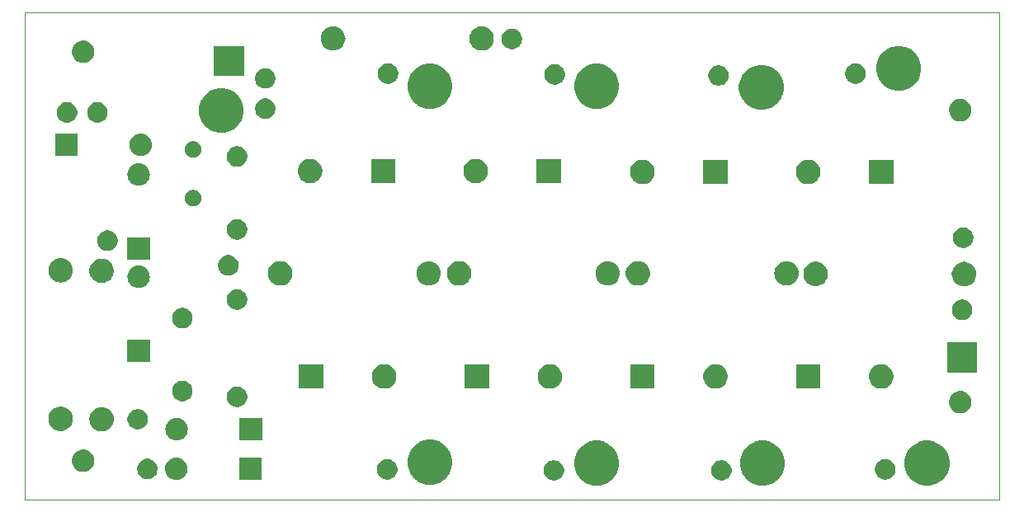
<source format=gbr>
G04 #@! TF.GenerationSoftware,KiCad,Pcbnew,5.1.4-e60b266~84~ubuntu16.04.1*
G04 #@! TF.CreationDate,2019-10-08T23:41:47-05:00*
G04 #@! TF.ProjectId,8cap,38636170-2e6b-4696-9361-645f70636258,rev?*
G04 #@! TF.SameCoordinates,Original*
G04 #@! TF.FileFunction,Soldermask,Top*
G04 #@! TF.FilePolarity,Negative*
%FSLAX46Y46*%
G04 Gerber Fmt 4.6, Leading zero omitted, Abs format (unit mm)*
G04 Created by KiCad (PCBNEW 5.1.4-e60b266~84~ubuntu16.04.1) date 2019-10-08 23:41:47*
%MOMM*%
%LPD*%
G04 APERTURE LIST*
%ADD10C,0.050000*%
%ADD11C,0.150000*%
G04 APERTURE END LIST*
D10*
X100000000Y-150000000D02*
X100000000Y-100000000D01*
X200000000Y-150000000D02*
X100000000Y-150000000D01*
X200000000Y-100000000D02*
X200000000Y-150000000D01*
X100000000Y-100000000D02*
X200000000Y-100000000D01*
D11*
G36*
X193261304Y-144037002D02*
G01*
X193680139Y-144210489D01*
X193680141Y-144210490D01*
X193869891Y-144337277D01*
X194057082Y-144462354D01*
X194377646Y-144782918D01*
X194629511Y-145159861D01*
X194802998Y-145578696D01*
X194891440Y-146023327D01*
X194891440Y-146476673D01*
X194802998Y-146921304D01*
X194629511Y-147340139D01*
X194377646Y-147717082D01*
X194057082Y-148037646D01*
X193869891Y-148162723D01*
X193680141Y-148289510D01*
X193680140Y-148289511D01*
X193680139Y-148289511D01*
X193261304Y-148462998D01*
X192816673Y-148551440D01*
X192363327Y-148551440D01*
X191918696Y-148462998D01*
X191499861Y-148289511D01*
X191499860Y-148289511D01*
X191499859Y-148289510D01*
X191310109Y-148162723D01*
X191122918Y-148037646D01*
X190802354Y-147717082D01*
X190550489Y-147340139D01*
X190377002Y-146921304D01*
X190288560Y-146476673D01*
X190288560Y-146023327D01*
X190377002Y-145578696D01*
X190550489Y-145159861D01*
X190802354Y-144782918D01*
X191122918Y-144462354D01*
X191310109Y-144337277D01*
X191499859Y-144210490D01*
X191499861Y-144210489D01*
X191918696Y-144037002D01*
X192363327Y-143948560D01*
X192816673Y-143948560D01*
X193261304Y-144037002D01*
X193261304Y-144037002D01*
G37*
G36*
X176361304Y-144037002D02*
G01*
X176780139Y-144210489D01*
X176780141Y-144210490D01*
X176969891Y-144337277D01*
X177157082Y-144462354D01*
X177477646Y-144782918D01*
X177729511Y-145159861D01*
X177902998Y-145578696D01*
X177991440Y-146023327D01*
X177991440Y-146476673D01*
X177902998Y-146921304D01*
X177729511Y-147340139D01*
X177477646Y-147717082D01*
X177157082Y-148037646D01*
X176969891Y-148162723D01*
X176780141Y-148289510D01*
X176780140Y-148289511D01*
X176780139Y-148289511D01*
X176361304Y-148462998D01*
X175916673Y-148551440D01*
X175463327Y-148551440D01*
X175018696Y-148462998D01*
X174599861Y-148289511D01*
X174599860Y-148289511D01*
X174599859Y-148289510D01*
X174410109Y-148162723D01*
X174222918Y-148037646D01*
X173902354Y-147717082D01*
X173650489Y-147340139D01*
X173477002Y-146921304D01*
X173388560Y-146476673D01*
X173388560Y-146023327D01*
X173477002Y-145578696D01*
X173650489Y-145159861D01*
X173902354Y-144782918D01*
X174222918Y-144462354D01*
X174410109Y-144337277D01*
X174599859Y-144210490D01*
X174599861Y-144210489D01*
X175018696Y-144037002D01*
X175463327Y-143948560D01*
X175916673Y-143948560D01*
X176361304Y-144037002D01*
X176361304Y-144037002D01*
G37*
G36*
X159361304Y-144037002D02*
G01*
X159780139Y-144210489D01*
X159780141Y-144210490D01*
X159969891Y-144337277D01*
X160157082Y-144462354D01*
X160477646Y-144782918D01*
X160729511Y-145159861D01*
X160902998Y-145578696D01*
X160991440Y-146023327D01*
X160991440Y-146476673D01*
X160902998Y-146921304D01*
X160729511Y-147340139D01*
X160477646Y-147717082D01*
X160157082Y-148037646D01*
X159969891Y-148162723D01*
X159780141Y-148289510D01*
X159780140Y-148289511D01*
X159780139Y-148289511D01*
X159361304Y-148462998D01*
X158916673Y-148551440D01*
X158463327Y-148551440D01*
X158018696Y-148462998D01*
X157599861Y-148289511D01*
X157599860Y-148289511D01*
X157599859Y-148289510D01*
X157410109Y-148162723D01*
X157222918Y-148037646D01*
X156902354Y-147717082D01*
X156650489Y-147340139D01*
X156477002Y-146921304D01*
X156388560Y-146476673D01*
X156388560Y-146023327D01*
X156477002Y-145578696D01*
X156650489Y-145159861D01*
X156902354Y-144782918D01*
X157222918Y-144462354D01*
X157410109Y-144337277D01*
X157599859Y-144210490D01*
X157599861Y-144210489D01*
X158018696Y-144037002D01*
X158463327Y-143948560D01*
X158916673Y-143948560D01*
X159361304Y-144037002D01*
X159361304Y-144037002D01*
G37*
G36*
X142261304Y-143937002D02*
G01*
X142680139Y-144110489D01*
X142680141Y-144110490D01*
X142829800Y-144210489D01*
X143057082Y-144362354D01*
X143377646Y-144682918D01*
X143629511Y-145059861D01*
X143802998Y-145478696D01*
X143891440Y-145923327D01*
X143891440Y-146376673D01*
X143802998Y-146821304D01*
X143643479Y-147206417D01*
X143629510Y-147240141D01*
X143585226Y-147306416D01*
X143377646Y-147617082D01*
X143057082Y-147937646D01*
X142987190Y-147984346D01*
X142680141Y-148189510D01*
X142680140Y-148189511D01*
X142680139Y-148189511D01*
X142261304Y-148362998D01*
X141816673Y-148451440D01*
X141363327Y-148451440D01*
X140918696Y-148362998D01*
X140499861Y-148189511D01*
X140499860Y-148189511D01*
X140499859Y-148189510D01*
X140192810Y-147984346D01*
X140122918Y-147937646D01*
X139802354Y-147617082D01*
X139594774Y-147306416D01*
X139550490Y-147240141D01*
X139536521Y-147206417D01*
X139377002Y-146821304D01*
X139288560Y-146376673D01*
X139288560Y-145923327D01*
X139377002Y-145478696D01*
X139550489Y-145059861D01*
X139802354Y-144682918D01*
X140122918Y-144362354D01*
X140350200Y-144210489D01*
X140499859Y-144110490D01*
X140499861Y-144110489D01*
X140918696Y-143937002D01*
X141363327Y-143848560D01*
X141816673Y-143848560D01*
X142261304Y-143937002D01*
X142261304Y-143937002D01*
G37*
G36*
X154606416Y-145989879D02*
G01*
X154797592Y-146069067D01*
X154797594Y-146069068D01*
X154969648Y-146184031D01*
X155115969Y-146330352D01*
X155213738Y-146476673D01*
X155230933Y-146502408D01*
X155310121Y-146693584D01*
X155350490Y-146896534D01*
X155350490Y-147103466D01*
X155310121Y-147306416D01*
X155233019Y-147492555D01*
X155230932Y-147497594D01*
X155115969Y-147669648D01*
X154969648Y-147815969D01*
X154797594Y-147930932D01*
X154797593Y-147930933D01*
X154797592Y-147930933D01*
X154606416Y-148010121D01*
X154403466Y-148050490D01*
X154196534Y-148050490D01*
X153993584Y-148010121D01*
X153802408Y-147930933D01*
X153802407Y-147930933D01*
X153802406Y-147930932D01*
X153630352Y-147815969D01*
X153484031Y-147669648D01*
X153369068Y-147497594D01*
X153366981Y-147492555D01*
X153289879Y-147306416D01*
X153249510Y-147103466D01*
X153249510Y-146896534D01*
X153289879Y-146693584D01*
X153369067Y-146502408D01*
X153386263Y-146476673D01*
X153484031Y-146330352D01*
X153630352Y-146184031D01*
X153802406Y-146069068D01*
X153802408Y-146069067D01*
X153993584Y-145989879D01*
X154196534Y-145949510D01*
X154403466Y-145949510D01*
X154606416Y-145989879D01*
X154606416Y-145989879D01*
G37*
G36*
X171806416Y-145989879D02*
G01*
X171997592Y-146069067D01*
X171997594Y-146069068D01*
X172169648Y-146184031D01*
X172315969Y-146330352D01*
X172413738Y-146476673D01*
X172430933Y-146502408D01*
X172510121Y-146693584D01*
X172550490Y-146896534D01*
X172550490Y-147103466D01*
X172510121Y-147306416D01*
X172433019Y-147492555D01*
X172430932Y-147497594D01*
X172315969Y-147669648D01*
X172169648Y-147815969D01*
X171997594Y-147930932D01*
X171997593Y-147930933D01*
X171997592Y-147930933D01*
X171806416Y-148010121D01*
X171603466Y-148050490D01*
X171396534Y-148050490D01*
X171193584Y-148010121D01*
X171002408Y-147930933D01*
X171002407Y-147930933D01*
X171002406Y-147930932D01*
X170830352Y-147815969D01*
X170684031Y-147669648D01*
X170569068Y-147497594D01*
X170566981Y-147492555D01*
X170489879Y-147306416D01*
X170449510Y-147103466D01*
X170449510Y-146896534D01*
X170489879Y-146693584D01*
X170569067Y-146502408D01*
X170586263Y-146476673D01*
X170684031Y-146330352D01*
X170830352Y-146184031D01*
X171002406Y-146069068D01*
X171002408Y-146069067D01*
X171193584Y-145989879D01*
X171396534Y-145949510D01*
X171603466Y-145949510D01*
X171806416Y-145989879D01*
X171806416Y-145989879D01*
G37*
G36*
X124341000Y-148001000D02*
G01*
X122039000Y-148001000D01*
X122039000Y-145699000D01*
X124341000Y-145699000D01*
X124341000Y-148001000D01*
X124341000Y-148001000D01*
G37*
G36*
X115739271Y-145710103D02*
G01*
X115795635Y-145715654D01*
X116012600Y-145781470D01*
X116012602Y-145781471D01*
X116212555Y-145888347D01*
X116387818Y-146032182D01*
X116531653Y-146207445D01*
X116622106Y-146376672D01*
X116638530Y-146407400D01*
X116704346Y-146624365D01*
X116726569Y-146850000D01*
X116704346Y-147075635D01*
X116664674Y-147206416D01*
X116638529Y-147292602D01*
X116531653Y-147492555D01*
X116387818Y-147667818D01*
X116212555Y-147811653D01*
X116046351Y-147900490D01*
X116012600Y-147918530D01*
X115795635Y-147984346D01*
X115739271Y-147989897D01*
X115626545Y-148001000D01*
X115513455Y-148001000D01*
X115400729Y-147989897D01*
X115344365Y-147984346D01*
X115127400Y-147918530D01*
X115093649Y-147900490D01*
X114927445Y-147811653D01*
X114752182Y-147667818D01*
X114608347Y-147492555D01*
X114501471Y-147292602D01*
X114475327Y-147206416D01*
X114435654Y-147075635D01*
X114413431Y-146850000D01*
X114435654Y-146624365D01*
X114501470Y-146407400D01*
X114517894Y-146376672D01*
X114608347Y-146207445D01*
X114752182Y-146032182D01*
X114927445Y-145888347D01*
X115127398Y-145781471D01*
X115127400Y-145781470D01*
X115344365Y-145715654D01*
X115400729Y-145710103D01*
X115513455Y-145699000D01*
X115626545Y-145699000D01*
X115739271Y-145710103D01*
X115739271Y-145710103D01*
G37*
G36*
X137506416Y-145889879D02*
G01*
X137650377Y-145949510D01*
X137697594Y-145969068D01*
X137869648Y-146084031D01*
X138015969Y-146230352D01*
X138113738Y-146376673D01*
X138130933Y-146402408D01*
X138210121Y-146593584D01*
X138250490Y-146796534D01*
X138250490Y-147003466D01*
X138210121Y-147206416D01*
X138151643Y-147347594D01*
X138130932Y-147397594D01*
X138015969Y-147569648D01*
X137869648Y-147715969D01*
X137697594Y-147830932D01*
X137697593Y-147830933D01*
X137697592Y-147830933D01*
X137506416Y-147910121D01*
X137303466Y-147950490D01*
X137096534Y-147950490D01*
X136893584Y-147910121D01*
X136702408Y-147830933D01*
X136702407Y-147830933D01*
X136702406Y-147830932D01*
X136530352Y-147715969D01*
X136384031Y-147569648D01*
X136269068Y-147397594D01*
X136248357Y-147347594D01*
X136189879Y-147206416D01*
X136149510Y-147003466D01*
X136149510Y-146796534D01*
X136189879Y-146593584D01*
X136269067Y-146402408D01*
X136286263Y-146376673D01*
X136384031Y-146230352D01*
X136530352Y-146084031D01*
X136702406Y-145969068D01*
X136749623Y-145949510D01*
X136893584Y-145889879D01*
X137096534Y-145849510D01*
X137303466Y-145849510D01*
X137506416Y-145889879D01*
X137506416Y-145889879D01*
G37*
G36*
X188606416Y-145889879D02*
G01*
X188750377Y-145949510D01*
X188797594Y-145969068D01*
X188969648Y-146084031D01*
X189115969Y-146230352D01*
X189213738Y-146376673D01*
X189230933Y-146402408D01*
X189310121Y-146593584D01*
X189350490Y-146796534D01*
X189350490Y-147003466D01*
X189310121Y-147206416D01*
X189251643Y-147347594D01*
X189230932Y-147397594D01*
X189115969Y-147569648D01*
X188969648Y-147715969D01*
X188797594Y-147830932D01*
X188797593Y-147830933D01*
X188797592Y-147830933D01*
X188606416Y-147910121D01*
X188403466Y-147950490D01*
X188196534Y-147950490D01*
X187993584Y-147910121D01*
X187802408Y-147830933D01*
X187802407Y-147830933D01*
X187802406Y-147830932D01*
X187630352Y-147715969D01*
X187484031Y-147569648D01*
X187369068Y-147397594D01*
X187348357Y-147347594D01*
X187289879Y-147206416D01*
X187249510Y-147003466D01*
X187249510Y-146796534D01*
X187289879Y-146593584D01*
X187369067Y-146402408D01*
X187386263Y-146376673D01*
X187484031Y-146230352D01*
X187630352Y-146084031D01*
X187802406Y-145969068D01*
X187849623Y-145949510D01*
X187993584Y-145889879D01*
X188196534Y-145849510D01*
X188403466Y-145849510D01*
X188606416Y-145889879D01*
X188606416Y-145889879D01*
G37*
G36*
X112896416Y-145839879D02*
G01*
X113087592Y-145919067D01*
X113087594Y-145919068D01*
X113162424Y-145969068D01*
X113259648Y-146034031D01*
X113405969Y-146180352D01*
X113520933Y-146352408D01*
X113600121Y-146543584D01*
X113640490Y-146746534D01*
X113640490Y-146953466D01*
X113600121Y-147156416D01*
X113537988Y-147306417D01*
X113520932Y-147347594D01*
X113405969Y-147519648D01*
X113259648Y-147665969D01*
X113087594Y-147780932D01*
X113087593Y-147780933D01*
X113087592Y-147780933D01*
X112896416Y-147860121D01*
X112693466Y-147900490D01*
X112486534Y-147900490D01*
X112283584Y-147860121D01*
X112092408Y-147780933D01*
X112092407Y-147780933D01*
X112092406Y-147780932D01*
X111920352Y-147665969D01*
X111774031Y-147519648D01*
X111659068Y-147347594D01*
X111642012Y-147306417D01*
X111579879Y-147156416D01*
X111539510Y-146953466D01*
X111539510Y-146746534D01*
X111579879Y-146543584D01*
X111659067Y-146352408D01*
X111774031Y-146180352D01*
X111920352Y-146034031D01*
X112017576Y-145969068D01*
X112092406Y-145919068D01*
X112092408Y-145919067D01*
X112283584Y-145839879D01*
X112486534Y-145799510D01*
X112693466Y-145799510D01*
X112896416Y-145839879D01*
X112896416Y-145839879D01*
G37*
G36*
X106224549Y-144871116D02*
G01*
X106335734Y-144893232D01*
X106545203Y-144979997D01*
X106733720Y-145105960D01*
X106894040Y-145266280D01*
X107020003Y-145454797D01*
X107020004Y-145454799D01*
X107106768Y-145664267D01*
X107141700Y-145839879D01*
X107151000Y-145886636D01*
X107151000Y-146113364D01*
X107106768Y-146335734D01*
X107020003Y-146545203D01*
X106894040Y-146733720D01*
X106733720Y-146894040D01*
X106545203Y-147020003D01*
X106335734Y-147106768D01*
X106224549Y-147128884D01*
X106113365Y-147151000D01*
X105886635Y-147151000D01*
X105775451Y-147128884D01*
X105664266Y-147106768D01*
X105454797Y-147020003D01*
X105266280Y-146894040D01*
X105105960Y-146733720D01*
X104979997Y-146545203D01*
X104893232Y-146335734D01*
X104849000Y-146113364D01*
X104849000Y-145886636D01*
X104858301Y-145839879D01*
X104893232Y-145664267D01*
X104979996Y-145454799D01*
X104979997Y-145454797D01*
X105105960Y-145266280D01*
X105266280Y-145105960D01*
X105454797Y-144979997D01*
X105664266Y-144893232D01*
X105775451Y-144871116D01*
X105886635Y-144849000D01*
X106113365Y-144849000D01*
X106224549Y-144871116D01*
X106224549Y-144871116D01*
G37*
G36*
X115759271Y-141610103D02*
G01*
X115815635Y-141615654D01*
X116032600Y-141681470D01*
X116032602Y-141681471D01*
X116232555Y-141788347D01*
X116407818Y-141932182D01*
X116551653Y-142107445D01*
X116626562Y-142247592D01*
X116658530Y-142307400D01*
X116724346Y-142524365D01*
X116746569Y-142750000D01*
X116724346Y-142975634D01*
X116658529Y-143192602D01*
X116551653Y-143392555D01*
X116407818Y-143567818D01*
X116232555Y-143711653D01*
X116032602Y-143818529D01*
X116032600Y-143818530D01*
X115815635Y-143884346D01*
X115759271Y-143889897D01*
X115646545Y-143901000D01*
X115533455Y-143901000D01*
X115420729Y-143889897D01*
X115364365Y-143884346D01*
X115147400Y-143818530D01*
X115147398Y-143818529D01*
X114947445Y-143711653D01*
X114772182Y-143567818D01*
X114628347Y-143392555D01*
X114521471Y-143192602D01*
X114455654Y-142975634D01*
X114433431Y-142750000D01*
X114455654Y-142524365D01*
X114521470Y-142307400D01*
X114553438Y-142247592D01*
X114628347Y-142107445D01*
X114772182Y-141932182D01*
X114947445Y-141788347D01*
X115147398Y-141681471D01*
X115147400Y-141681470D01*
X115364365Y-141615654D01*
X115420729Y-141610103D01*
X115533455Y-141599000D01*
X115646545Y-141599000D01*
X115759271Y-141610103D01*
X115759271Y-141610103D01*
G37*
G36*
X124361000Y-143901000D02*
G01*
X122059000Y-143901000D01*
X122059000Y-141599000D01*
X124361000Y-141599000D01*
X124361000Y-143901000D01*
X124361000Y-143901000D01*
G37*
G36*
X108145239Y-140507101D02*
G01*
X108381053Y-140578634D01*
X108598381Y-140694799D01*
X108788871Y-140851129D01*
X108945201Y-141041619D01*
X109061366Y-141258947D01*
X109132899Y-141494761D01*
X109157053Y-141740000D01*
X109132899Y-141985239D01*
X109061366Y-142221053D01*
X108945201Y-142438381D01*
X108788871Y-142628871D01*
X108598381Y-142785201D01*
X108381053Y-142901366D01*
X108145239Y-142972899D01*
X107961457Y-142991000D01*
X107838543Y-142991000D01*
X107654761Y-142972899D01*
X107418947Y-142901366D01*
X107201619Y-142785201D01*
X107011129Y-142628871D01*
X106854799Y-142438381D01*
X106738634Y-142221053D01*
X106667101Y-141985239D01*
X106642947Y-141740000D01*
X106667101Y-141494761D01*
X106738634Y-141258947D01*
X106854799Y-141041619D01*
X107011129Y-140851129D01*
X107201619Y-140694799D01*
X107418947Y-140578634D01*
X107654761Y-140507101D01*
X107838543Y-140489000D01*
X107961457Y-140489000D01*
X108145239Y-140507101D01*
X108145239Y-140507101D01*
G37*
G36*
X104054903Y-140497075D02*
G01*
X104251805Y-140578634D01*
X104282571Y-140591378D01*
X104487466Y-140728285D01*
X104661715Y-140902534D01*
X104798180Y-141106768D01*
X104798623Y-141107431D01*
X104892925Y-141335097D01*
X104941000Y-141576786D01*
X104941000Y-141823214D01*
X104892925Y-142064903D01*
X104828245Y-142221056D01*
X104798622Y-142292571D01*
X104661715Y-142497466D01*
X104487466Y-142671715D01*
X104282571Y-142808622D01*
X104282570Y-142808623D01*
X104282569Y-142808623D01*
X104054903Y-142902925D01*
X103813214Y-142951000D01*
X103566786Y-142951000D01*
X103325097Y-142902925D01*
X103097431Y-142808623D01*
X103097430Y-142808623D01*
X103097429Y-142808622D01*
X102892534Y-142671715D01*
X102718285Y-142497466D01*
X102581378Y-142292571D01*
X102551756Y-142221056D01*
X102487075Y-142064903D01*
X102439000Y-141823214D01*
X102439000Y-141576786D01*
X102487075Y-141335097D01*
X102581377Y-141107431D01*
X102581820Y-141106768D01*
X102718285Y-140902534D01*
X102892534Y-140728285D01*
X103097429Y-140591378D01*
X103128196Y-140578634D01*
X103325097Y-140497075D01*
X103566786Y-140449000D01*
X103813214Y-140449000D01*
X104054903Y-140497075D01*
X104054903Y-140497075D01*
G37*
G36*
X111906416Y-140739879D02*
G01*
X112097592Y-140819067D01*
X112097594Y-140819068D01*
X112269648Y-140934031D01*
X112415969Y-141080352D01*
X112463175Y-141151000D01*
X112530933Y-141252408D01*
X112610121Y-141443584D01*
X112650490Y-141646534D01*
X112650490Y-141853466D01*
X112610121Y-142056416D01*
X112530933Y-142247592D01*
X112530932Y-142247594D01*
X112415969Y-142419648D01*
X112269648Y-142565969D01*
X112097594Y-142680932D01*
X112097593Y-142680933D01*
X112097592Y-142680933D01*
X111906416Y-142760121D01*
X111703466Y-142800490D01*
X111496534Y-142800490D01*
X111293584Y-142760121D01*
X111102408Y-142680933D01*
X111102407Y-142680933D01*
X111102406Y-142680932D01*
X110930352Y-142565969D01*
X110784031Y-142419648D01*
X110669068Y-142247594D01*
X110669067Y-142247592D01*
X110589879Y-142056416D01*
X110549510Y-141853466D01*
X110549510Y-141646534D01*
X110589879Y-141443584D01*
X110669067Y-141252408D01*
X110736826Y-141151000D01*
X110784031Y-141080352D01*
X110930352Y-140934031D01*
X111102406Y-140819068D01*
X111102408Y-140819067D01*
X111293584Y-140739879D01*
X111496534Y-140699510D01*
X111703466Y-140699510D01*
X111906416Y-140739879D01*
X111906416Y-140739879D01*
G37*
G36*
X196224549Y-138871116D02*
G01*
X196335734Y-138893232D01*
X196545203Y-138979997D01*
X196733720Y-139105960D01*
X196894040Y-139266280D01*
X197020003Y-139454797D01*
X197106768Y-139664266D01*
X197125127Y-139756564D01*
X197151000Y-139886635D01*
X197151000Y-140113365D01*
X197128884Y-140224549D01*
X197106768Y-140335734D01*
X197020003Y-140545203D01*
X196894040Y-140733720D01*
X196733720Y-140894040D01*
X196545203Y-141020003D01*
X196335734Y-141106768D01*
X196224549Y-141128884D01*
X196113365Y-141151000D01*
X195886635Y-141151000D01*
X195775451Y-141128884D01*
X195664266Y-141106768D01*
X195454797Y-141020003D01*
X195266280Y-140894040D01*
X195105960Y-140733720D01*
X194979997Y-140545203D01*
X194893232Y-140335734D01*
X194871116Y-140224549D01*
X194849000Y-140113365D01*
X194849000Y-139886635D01*
X194874873Y-139756564D01*
X194893232Y-139664266D01*
X194979997Y-139454797D01*
X195105960Y-139266280D01*
X195266280Y-139105960D01*
X195454797Y-138979997D01*
X195664266Y-138893232D01*
X195775451Y-138871116D01*
X195886635Y-138849000D01*
X196113365Y-138849000D01*
X196224549Y-138871116D01*
X196224549Y-138871116D01*
G37*
G36*
X122096564Y-138439389D02*
G01*
X122287833Y-138518615D01*
X122287835Y-138518616D01*
X122339182Y-138552925D01*
X122459973Y-138633635D01*
X122606365Y-138780027D01*
X122721385Y-138952167D01*
X122800611Y-139143436D01*
X122841000Y-139346484D01*
X122841000Y-139553516D01*
X122800611Y-139756564D01*
X122740784Y-139901000D01*
X122721384Y-139947835D01*
X122606365Y-140119973D01*
X122459973Y-140266365D01*
X122287835Y-140381384D01*
X122287834Y-140381385D01*
X122287833Y-140381385D01*
X122096564Y-140460611D01*
X121893516Y-140501000D01*
X121686484Y-140501000D01*
X121483436Y-140460611D01*
X121292167Y-140381385D01*
X121292166Y-140381385D01*
X121292165Y-140381384D01*
X121120027Y-140266365D01*
X120973635Y-140119973D01*
X120858616Y-139947835D01*
X120839216Y-139901000D01*
X120779389Y-139756564D01*
X120739000Y-139553516D01*
X120739000Y-139346484D01*
X120779389Y-139143436D01*
X120858615Y-138952167D01*
X120973635Y-138780027D01*
X121120027Y-138633635D01*
X121240818Y-138552925D01*
X121292165Y-138518616D01*
X121292167Y-138518615D01*
X121483436Y-138439389D01*
X121686484Y-138399000D01*
X121893516Y-138399000D01*
X122096564Y-138439389D01*
X122096564Y-138439389D01*
G37*
G36*
X116496564Y-137839389D02*
G01*
X116687833Y-137918615D01*
X116687835Y-137918616D01*
X116859973Y-138033635D01*
X117006365Y-138180027D01*
X117101039Y-138321716D01*
X117121385Y-138352167D01*
X117200611Y-138543436D01*
X117241000Y-138746484D01*
X117241000Y-138953516D01*
X117200611Y-139156564D01*
X117155165Y-139266280D01*
X117121384Y-139347835D01*
X117006365Y-139519973D01*
X116859973Y-139666365D01*
X116687835Y-139781384D01*
X116687834Y-139781385D01*
X116687833Y-139781385D01*
X116496564Y-139860611D01*
X116293516Y-139901000D01*
X116086484Y-139901000D01*
X115883436Y-139860611D01*
X115692167Y-139781385D01*
X115692166Y-139781385D01*
X115692165Y-139781384D01*
X115520027Y-139666365D01*
X115373635Y-139519973D01*
X115258616Y-139347835D01*
X115224835Y-139266280D01*
X115179389Y-139156564D01*
X115139000Y-138953516D01*
X115139000Y-138746484D01*
X115179389Y-138543436D01*
X115258615Y-138352167D01*
X115278962Y-138321716D01*
X115373635Y-138180027D01*
X115520027Y-138033635D01*
X115692165Y-137918616D01*
X115692167Y-137918615D01*
X115883436Y-137839389D01*
X116086484Y-137799000D01*
X116293516Y-137799000D01*
X116496564Y-137839389D01*
X116496564Y-137839389D01*
G37*
G36*
X164641000Y-138601000D02*
G01*
X162139000Y-138601000D01*
X162139000Y-136099000D01*
X164641000Y-136099000D01*
X164641000Y-138601000D01*
X164641000Y-138601000D01*
G37*
G36*
X171254903Y-136147075D02*
G01*
X171482571Y-136241378D01*
X171687466Y-136378285D01*
X171861715Y-136552534D01*
X171861716Y-136552536D01*
X171998623Y-136757431D01*
X172092925Y-136985097D01*
X172141000Y-137226786D01*
X172141000Y-137473214D01*
X172092925Y-137714903D01*
X172008545Y-137918616D01*
X171998622Y-137942571D01*
X171861715Y-138147466D01*
X171687466Y-138321715D01*
X171482571Y-138458622D01*
X171482570Y-138458623D01*
X171482569Y-138458623D01*
X171254903Y-138552925D01*
X171013214Y-138601000D01*
X170766786Y-138601000D01*
X170525097Y-138552925D01*
X170297431Y-138458623D01*
X170297430Y-138458623D01*
X170297429Y-138458622D01*
X170092534Y-138321715D01*
X169918285Y-138147466D01*
X169781378Y-137942571D01*
X169771456Y-137918616D01*
X169687075Y-137714903D01*
X169639000Y-137473214D01*
X169639000Y-137226786D01*
X169687075Y-136985097D01*
X169781377Y-136757431D01*
X169918284Y-136552536D01*
X169918285Y-136552534D01*
X170092534Y-136378285D01*
X170297429Y-136241378D01*
X170525097Y-136147075D01*
X170766786Y-136099000D01*
X171013214Y-136099000D01*
X171254903Y-136147075D01*
X171254903Y-136147075D01*
G37*
G36*
X181641000Y-138601000D02*
G01*
X179139000Y-138601000D01*
X179139000Y-136099000D01*
X181641000Y-136099000D01*
X181641000Y-138601000D01*
X181641000Y-138601000D01*
G37*
G36*
X188254903Y-136147075D02*
G01*
X188482571Y-136241378D01*
X188687466Y-136378285D01*
X188861715Y-136552534D01*
X188861716Y-136552536D01*
X188998623Y-136757431D01*
X189092925Y-136985097D01*
X189141000Y-137226786D01*
X189141000Y-137473214D01*
X189092925Y-137714903D01*
X189008545Y-137918616D01*
X188998622Y-137942571D01*
X188861715Y-138147466D01*
X188687466Y-138321715D01*
X188482571Y-138458622D01*
X188482570Y-138458623D01*
X188482569Y-138458623D01*
X188254903Y-138552925D01*
X188013214Y-138601000D01*
X187766786Y-138601000D01*
X187525097Y-138552925D01*
X187297431Y-138458623D01*
X187297430Y-138458623D01*
X187297429Y-138458622D01*
X187092534Y-138321715D01*
X186918285Y-138147466D01*
X186781378Y-137942571D01*
X186771456Y-137918616D01*
X186687075Y-137714903D01*
X186639000Y-137473214D01*
X186639000Y-137226786D01*
X186687075Y-136985097D01*
X186781377Y-136757431D01*
X186918284Y-136552536D01*
X186918285Y-136552534D01*
X187092534Y-136378285D01*
X187297429Y-136241378D01*
X187525097Y-136147075D01*
X187766786Y-136099000D01*
X188013214Y-136099000D01*
X188254903Y-136147075D01*
X188254903Y-136147075D01*
G37*
G36*
X147641000Y-138601000D02*
G01*
X145139000Y-138601000D01*
X145139000Y-136099000D01*
X147641000Y-136099000D01*
X147641000Y-138601000D01*
X147641000Y-138601000D01*
G37*
G36*
X137254903Y-136147075D02*
G01*
X137482571Y-136241378D01*
X137687466Y-136378285D01*
X137861715Y-136552534D01*
X137861716Y-136552536D01*
X137998623Y-136757431D01*
X138092925Y-136985097D01*
X138141000Y-137226786D01*
X138141000Y-137473214D01*
X138092925Y-137714903D01*
X138008545Y-137918616D01*
X137998622Y-137942571D01*
X137861715Y-138147466D01*
X137687466Y-138321715D01*
X137482571Y-138458622D01*
X137482570Y-138458623D01*
X137482569Y-138458623D01*
X137254903Y-138552925D01*
X137013214Y-138601000D01*
X136766786Y-138601000D01*
X136525097Y-138552925D01*
X136297431Y-138458623D01*
X136297430Y-138458623D01*
X136297429Y-138458622D01*
X136092534Y-138321715D01*
X135918285Y-138147466D01*
X135781378Y-137942571D01*
X135771456Y-137918616D01*
X135687075Y-137714903D01*
X135639000Y-137473214D01*
X135639000Y-137226786D01*
X135687075Y-136985097D01*
X135781377Y-136757431D01*
X135918284Y-136552536D01*
X135918285Y-136552534D01*
X136092534Y-136378285D01*
X136297429Y-136241378D01*
X136525097Y-136147075D01*
X136766786Y-136099000D01*
X137013214Y-136099000D01*
X137254903Y-136147075D01*
X137254903Y-136147075D01*
G37*
G36*
X130641000Y-138601000D02*
G01*
X128139000Y-138601000D01*
X128139000Y-136099000D01*
X130641000Y-136099000D01*
X130641000Y-138601000D01*
X130641000Y-138601000D01*
G37*
G36*
X154254903Y-136147075D02*
G01*
X154482571Y-136241378D01*
X154687466Y-136378285D01*
X154861715Y-136552534D01*
X154861716Y-136552536D01*
X154998623Y-136757431D01*
X155092925Y-136985097D01*
X155141000Y-137226786D01*
X155141000Y-137473214D01*
X155092925Y-137714903D01*
X155008545Y-137918616D01*
X154998622Y-137942571D01*
X154861715Y-138147466D01*
X154687466Y-138321715D01*
X154482571Y-138458622D01*
X154482570Y-138458623D01*
X154482569Y-138458623D01*
X154254903Y-138552925D01*
X154013214Y-138601000D01*
X153766786Y-138601000D01*
X153525097Y-138552925D01*
X153297431Y-138458623D01*
X153297430Y-138458623D01*
X153297429Y-138458622D01*
X153092534Y-138321715D01*
X152918285Y-138147466D01*
X152781378Y-137942571D01*
X152771456Y-137918616D01*
X152687075Y-137714903D01*
X152639000Y-137473214D01*
X152639000Y-137226786D01*
X152687075Y-136985097D01*
X152781377Y-136757431D01*
X152918284Y-136552536D01*
X152918285Y-136552534D01*
X153092534Y-136378285D01*
X153297429Y-136241378D01*
X153525097Y-136147075D01*
X153766786Y-136099000D01*
X154013214Y-136099000D01*
X154254903Y-136147075D01*
X154254903Y-136147075D01*
G37*
G36*
X197751000Y-136951000D02*
G01*
X194649000Y-136951000D01*
X194649000Y-133849000D01*
X197751000Y-133849000D01*
X197751000Y-136951000D01*
X197751000Y-136951000D01*
G37*
G36*
X112841000Y-135901000D02*
G01*
X110539000Y-135901000D01*
X110539000Y-133599000D01*
X112841000Y-133599000D01*
X112841000Y-135901000D01*
X112841000Y-135901000D01*
G37*
G36*
X116496564Y-130339389D02*
G01*
X116634529Y-130396536D01*
X116687835Y-130418616D01*
X116750683Y-130460610D01*
X116859973Y-130533635D01*
X117006365Y-130680027D01*
X117121385Y-130852167D01*
X117200611Y-131043436D01*
X117241000Y-131246484D01*
X117241000Y-131453516D01*
X117200611Y-131656564D01*
X117121385Y-131847833D01*
X117121384Y-131847835D01*
X117006365Y-132019973D01*
X116859973Y-132166365D01*
X116687835Y-132281384D01*
X116687834Y-132281385D01*
X116687833Y-132281385D01*
X116496564Y-132360611D01*
X116293516Y-132401000D01*
X116086484Y-132401000D01*
X115883436Y-132360611D01*
X115692167Y-132281385D01*
X115692166Y-132281385D01*
X115692165Y-132281384D01*
X115520027Y-132166365D01*
X115373635Y-132019973D01*
X115258616Y-131847835D01*
X115258615Y-131847833D01*
X115179389Y-131656564D01*
X115139000Y-131453516D01*
X115139000Y-131246484D01*
X115179389Y-131043436D01*
X115258615Y-130852167D01*
X115373635Y-130680027D01*
X115520027Y-130533635D01*
X115629317Y-130460610D01*
X115692165Y-130418616D01*
X115745471Y-130396536D01*
X115883436Y-130339389D01*
X116086484Y-130299000D01*
X116293516Y-130299000D01*
X116496564Y-130339389D01*
X116496564Y-130339389D01*
G37*
G36*
X196506416Y-129489879D02*
G01*
X196697592Y-129569067D01*
X196697594Y-129569068D01*
X196869648Y-129684031D01*
X197015969Y-129830352D01*
X197130933Y-130002408D01*
X197210121Y-130193584D01*
X197250490Y-130396534D01*
X197250490Y-130603466D01*
X197210121Y-130806416D01*
X197191171Y-130852165D01*
X197130932Y-130997594D01*
X197015969Y-131169648D01*
X196869648Y-131315969D01*
X196697594Y-131430932D01*
X196697593Y-131430933D01*
X196697592Y-131430933D01*
X196506416Y-131510121D01*
X196303466Y-131550490D01*
X196096534Y-131550490D01*
X195893584Y-131510121D01*
X195702408Y-131430933D01*
X195702407Y-131430933D01*
X195702406Y-131430932D01*
X195530352Y-131315969D01*
X195384031Y-131169648D01*
X195269068Y-130997594D01*
X195208829Y-130852165D01*
X195189879Y-130806416D01*
X195149510Y-130603466D01*
X195149510Y-130396534D01*
X195189879Y-130193584D01*
X195269067Y-130002408D01*
X195384031Y-129830352D01*
X195530352Y-129684031D01*
X195702406Y-129569068D01*
X195702408Y-129569067D01*
X195893584Y-129489879D01*
X196096534Y-129449510D01*
X196303466Y-129449510D01*
X196506416Y-129489879D01*
X196506416Y-129489879D01*
G37*
G36*
X122096564Y-128439389D02*
G01*
X122287833Y-128518615D01*
X122287835Y-128518616D01*
X122459973Y-128633635D01*
X122606365Y-128780027D01*
X122721385Y-128952167D01*
X122800611Y-129143436D01*
X122841000Y-129346484D01*
X122841000Y-129553516D01*
X122800611Y-129756564D01*
X122770047Y-129830352D01*
X122721384Y-129947835D01*
X122606365Y-130119973D01*
X122459973Y-130266365D01*
X122287835Y-130381384D01*
X122287834Y-130381385D01*
X122287833Y-130381385D01*
X122096564Y-130460611D01*
X121893516Y-130501000D01*
X121686484Y-130501000D01*
X121483436Y-130460611D01*
X121292167Y-130381385D01*
X121292166Y-130381385D01*
X121292165Y-130381384D01*
X121120027Y-130266365D01*
X120973635Y-130119973D01*
X120858616Y-129947835D01*
X120809953Y-129830352D01*
X120779389Y-129756564D01*
X120739000Y-129553516D01*
X120739000Y-129346484D01*
X120779389Y-129143436D01*
X120858615Y-128952167D01*
X120973635Y-128780027D01*
X121120027Y-128633635D01*
X121292165Y-128518616D01*
X121292167Y-128518615D01*
X121483436Y-128439389D01*
X121686484Y-128399000D01*
X121893516Y-128399000D01*
X122096564Y-128439389D01*
X122096564Y-128439389D01*
G37*
G36*
X111859271Y-125990103D02*
G01*
X111915635Y-125995654D01*
X112132600Y-126061470D01*
X112132602Y-126061471D01*
X112332555Y-126168347D01*
X112507818Y-126312182D01*
X112651653Y-126487445D01*
X112731477Y-126636787D01*
X112758530Y-126687400D01*
X112824346Y-126904365D01*
X112846569Y-127130000D01*
X112824346Y-127355635D01*
X112763121Y-127557466D01*
X112758529Y-127572602D01*
X112651653Y-127772555D01*
X112507818Y-127947818D01*
X112332555Y-128091653D01*
X112132602Y-128198529D01*
X112132600Y-128198530D01*
X111915635Y-128264346D01*
X111859271Y-128269897D01*
X111746545Y-128281000D01*
X111633455Y-128281000D01*
X111520729Y-128269897D01*
X111464365Y-128264346D01*
X111247400Y-128198530D01*
X111247398Y-128198529D01*
X111047445Y-128091653D01*
X110872182Y-127947818D01*
X110728347Y-127772555D01*
X110621471Y-127572602D01*
X110616880Y-127557466D01*
X110555654Y-127355635D01*
X110533431Y-127130000D01*
X110555654Y-126904365D01*
X110621470Y-126687400D01*
X110648523Y-126636787D01*
X110728347Y-126487445D01*
X110872182Y-126312182D01*
X111047445Y-126168347D01*
X111247398Y-126061471D01*
X111247400Y-126061470D01*
X111464365Y-125995654D01*
X111520729Y-125990103D01*
X111633455Y-125979000D01*
X111746545Y-125979000D01*
X111859271Y-125990103D01*
X111859271Y-125990103D01*
G37*
G36*
X196635239Y-125597101D02*
G01*
X196871053Y-125668634D01*
X197088381Y-125784799D01*
X197278871Y-125941129D01*
X197435201Y-126131619D01*
X197551366Y-126348947D01*
X197622899Y-126584761D01*
X197647053Y-126830000D01*
X197622899Y-127075239D01*
X197551366Y-127311053D01*
X197435201Y-127528381D01*
X197278871Y-127718871D01*
X197088381Y-127875201D01*
X196871053Y-127991366D01*
X196635239Y-128062899D01*
X196451457Y-128081000D01*
X196328543Y-128081000D01*
X196144761Y-128062899D01*
X195908947Y-127991366D01*
X195691619Y-127875201D01*
X195501129Y-127718871D01*
X195344799Y-127528381D01*
X195228634Y-127311053D01*
X195157101Y-127075239D01*
X195132947Y-126830000D01*
X195157101Y-126584761D01*
X195228634Y-126348947D01*
X195344799Y-126131619D01*
X195501129Y-125941129D01*
X195691619Y-125784799D01*
X195908947Y-125668634D01*
X196144761Y-125597101D01*
X196328543Y-125579000D01*
X196451457Y-125579000D01*
X196635239Y-125597101D01*
X196635239Y-125597101D01*
G37*
G36*
X181514903Y-125627075D02*
G01*
X181697083Y-125702536D01*
X181742571Y-125721378D01*
X181947466Y-125858285D01*
X182121715Y-126032534D01*
X182243477Y-126214763D01*
X182258623Y-126237431D01*
X182352925Y-126465097D01*
X182401000Y-126706786D01*
X182401000Y-126953214D01*
X182352925Y-127194903D01*
X182289150Y-127348871D01*
X182258622Y-127422571D01*
X182121715Y-127627466D01*
X181947466Y-127801715D01*
X181742571Y-127938622D01*
X181742570Y-127938623D01*
X181742569Y-127938623D01*
X181514903Y-128032925D01*
X181273214Y-128081000D01*
X181026786Y-128081000D01*
X180785097Y-128032925D01*
X180557431Y-127938623D01*
X180557430Y-127938623D01*
X180557429Y-127938622D01*
X180352534Y-127801715D01*
X180178285Y-127627466D01*
X180041378Y-127422571D01*
X180010851Y-127348871D01*
X179947075Y-127194903D01*
X179899000Y-126953214D01*
X179899000Y-126706786D01*
X179947075Y-126465097D01*
X180041377Y-126237431D01*
X180056523Y-126214763D01*
X180178285Y-126032534D01*
X180352534Y-125858285D01*
X180557429Y-125721378D01*
X180602918Y-125702536D01*
X180785097Y-125627075D01*
X181026786Y-125579000D01*
X181273214Y-125579000D01*
X181514903Y-125627075D01*
X181514903Y-125627075D01*
G37*
G36*
X163294903Y-125557075D02*
G01*
X163503753Y-125643583D01*
X163522571Y-125651378D01*
X163727466Y-125788285D01*
X163901715Y-125962534D01*
X163967922Y-126061620D01*
X164038623Y-126167431D01*
X164132925Y-126395097D01*
X164181000Y-126636786D01*
X164181000Y-126883214D01*
X164169495Y-126941053D01*
X164132925Y-127124903D01*
X164038622Y-127352571D01*
X163901715Y-127557466D01*
X163727466Y-127731715D01*
X163522571Y-127868622D01*
X163522570Y-127868623D01*
X163522569Y-127868623D01*
X163294903Y-127962925D01*
X163053214Y-128011000D01*
X162806786Y-128011000D01*
X162565097Y-127962925D01*
X162337431Y-127868623D01*
X162337430Y-127868623D01*
X162337429Y-127868622D01*
X162132534Y-127731715D01*
X161958285Y-127557466D01*
X161821378Y-127352571D01*
X161727075Y-127124903D01*
X161690505Y-126941053D01*
X161679000Y-126883214D01*
X161679000Y-126636786D01*
X161727075Y-126395097D01*
X161821377Y-126167431D01*
X161892078Y-126061620D01*
X161958285Y-125962534D01*
X162132534Y-125788285D01*
X162337429Y-125651378D01*
X162356248Y-125643583D01*
X162565097Y-125557075D01*
X162806786Y-125509000D01*
X163053214Y-125509000D01*
X163294903Y-125557075D01*
X163294903Y-125557075D01*
G37*
G36*
X141705239Y-125527101D02*
G01*
X141941053Y-125598634D01*
X142158381Y-125714799D01*
X142348871Y-125871129D01*
X142505201Y-126061619D01*
X142621366Y-126278947D01*
X142692899Y-126514761D01*
X142717053Y-126760000D01*
X142692899Y-127005239D01*
X142621366Y-127241053D01*
X142505201Y-127458381D01*
X142348871Y-127648871D01*
X142158381Y-127805201D01*
X141941053Y-127921366D01*
X141705239Y-127992899D01*
X141521457Y-128011000D01*
X141398543Y-128011000D01*
X141214761Y-127992899D01*
X140978947Y-127921366D01*
X140761619Y-127805201D01*
X140571129Y-127648871D01*
X140414799Y-127458381D01*
X140298634Y-127241053D01*
X140227101Y-127005239D01*
X140202947Y-126760000D01*
X140227101Y-126514761D01*
X140298634Y-126278947D01*
X140414799Y-126061619D01*
X140571129Y-125871129D01*
X140761619Y-125714799D01*
X140978947Y-125598634D01*
X141214761Y-125527101D01*
X141398543Y-125509000D01*
X141521457Y-125509000D01*
X141705239Y-125527101D01*
X141705239Y-125527101D01*
G37*
G36*
X126584903Y-125557075D02*
G01*
X126793753Y-125643583D01*
X126812571Y-125651378D01*
X127017466Y-125788285D01*
X127191715Y-125962534D01*
X127257922Y-126061620D01*
X127328623Y-126167431D01*
X127422925Y-126395097D01*
X127471000Y-126636786D01*
X127471000Y-126883214D01*
X127459495Y-126941053D01*
X127422925Y-127124903D01*
X127328622Y-127352571D01*
X127191715Y-127557466D01*
X127017466Y-127731715D01*
X126812571Y-127868622D01*
X126812570Y-127868623D01*
X126812569Y-127868623D01*
X126584903Y-127962925D01*
X126343214Y-128011000D01*
X126096786Y-128011000D01*
X125855097Y-127962925D01*
X125627431Y-127868623D01*
X125627430Y-127868623D01*
X125627429Y-127868622D01*
X125422534Y-127731715D01*
X125248285Y-127557466D01*
X125111378Y-127352571D01*
X125017075Y-127124903D01*
X124980505Y-126941053D01*
X124969000Y-126883214D01*
X124969000Y-126636786D01*
X125017075Y-126395097D01*
X125111377Y-126167431D01*
X125182078Y-126061620D01*
X125248285Y-125962534D01*
X125422534Y-125788285D01*
X125627429Y-125651378D01*
X125646248Y-125643583D01*
X125855097Y-125557075D01*
X126096786Y-125509000D01*
X126343214Y-125509000D01*
X126584903Y-125557075D01*
X126584903Y-125557075D01*
G37*
G36*
X144944903Y-125557075D02*
G01*
X145153753Y-125643583D01*
X145172571Y-125651378D01*
X145377466Y-125788285D01*
X145551715Y-125962534D01*
X145617922Y-126061620D01*
X145688623Y-126167431D01*
X145782925Y-126395097D01*
X145831000Y-126636786D01*
X145831000Y-126883214D01*
X145819495Y-126941053D01*
X145782925Y-127124903D01*
X145688622Y-127352571D01*
X145551715Y-127557466D01*
X145377466Y-127731715D01*
X145172571Y-127868622D01*
X145172570Y-127868623D01*
X145172569Y-127868623D01*
X144944903Y-127962925D01*
X144703214Y-128011000D01*
X144456786Y-128011000D01*
X144215097Y-127962925D01*
X143987431Y-127868623D01*
X143987430Y-127868623D01*
X143987429Y-127868622D01*
X143782534Y-127731715D01*
X143608285Y-127557466D01*
X143471378Y-127352571D01*
X143377075Y-127124903D01*
X143340505Y-126941053D01*
X143329000Y-126883214D01*
X143329000Y-126636786D01*
X143377075Y-126395097D01*
X143471377Y-126167431D01*
X143542078Y-126061620D01*
X143608285Y-125962534D01*
X143782534Y-125788285D01*
X143987429Y-125651378D01*
X144006248Y-125643583D01*
X144215097Y-125557075D01*
X144456786Y-125509000D01*
X144703214Y-125509000D01*
X144944903Y-125557075D01*
X144944903Y-125557075D01*
G37*
G36*
X160065239Y-125527101D02*
G01*
X160301053Y-125598634D01*
X160518381Y-125714799D01*
X160708871Y-125871129D01*
X160865201Y-126061619D01*
X160981366Y-126278947D01*
X161052899Y-126514761D01*
X161077053Y-126760000D01*
X161052899Y-127005239D01*
X160981366Y-127241053D01*
X160865201Y-127458381D01*
X160708871Y-127648871D01*
X160518381Y-127805201D01*
X160301053Y-127921366D01*
X160065239Y-127992899D01*
X159881457Y-128011000D01*
X159758543Y-128011000D01*
X159574761Y-127992899D01*
X159338947Y-127921366D01*
X159121619Y-127805201D01*
X158931129Y-127648871D01*
X158774799Y-127458381D01*
X158658634Y-127241053D01*
X158587101Y-127005239D01*
X158562947Y-126760000D01*
X158587101Y-126514761D01*
X158658634Y-126278947D01*
X158774799Y-126061619D01*
X158931129Y-125871129D01*
X159121619Y-125714799D01*
X159338947Y-125598634D01*
X159574761Y-125527101D01*
X159758543Y-125509000D01*
X159881457Y-125509000D01*
X160065239Y-125527101D01*
X160065239Y-125527101D01*
G37*
G36*
X178415239Y-125527101D02*
G01*
X178651053Y-125598634D01*
X178868381Y-125714799D01*
X179058871Y-125871129D01*
X179215201Y-126061619D01*
X179331366Y-126278947D01*
X179402899Y-126514761D01*
X179427053Y-126760000D01*
X179402899Y-127005239D01*
X179331366Y-127241053D01*
X179215201Y-127458381D01*
X179058871Y-127648871D01*
X178868381Y-127805201D01*
X178651053Y-127921366D01*
X178415239Y-127992899D01*
X178231457Y-128011000D01*
X178108543Y-128011000D01*
X177924761Y-127992899D01*
X177688947Y-127921366D01*
X177471619Y-127805201D01*
X177281129Y-127648871D01*
X177124799Y-127458381D01*
X177008634Y-127241053D01*
X176937101Y-127005239D01*
X176912947Y-126760000D01*
X176937101Y-126514761D01*
X177008634Y-126278947D01*
X177124799Y-126061619D01*
X177281129Y-125871129D01*
X177471619Y-125714799D01*
X177688947Y-125598634D01*
X177924761Y-125527101D01*
X178108543Y-125509000D01*
X178231457Y-125509000D01*
X178415239Y-125527101D01*
X178415239Y-125527101D01*
G37*
G36*
X108180831Y-125280352D02*
G01*
X108264903Y-125297075D01*
X108492571Y-125391378D01*
X108697466Y-125528285D01*
X108871715Y-125702534D01*
X109008622Y-125907429D01*
X109008623Y-125907431D01*
X109102925Y-126135097D01*
X109151000Y-126376786D01*
X109151000Y-126623214D01*
X109102925Y-126864903D01*
X109063485Y-126960121D01*
X109008622Y-127092571D01*
X108871715Y-127297466D01*
X108697466Y-127471715D01*
X108492571Y-127608622D01*
X108492570Y-127608623D01*
X108492569Y-127608623D01*
X108264903Y-127702925D01*
X108023214Y-127751000D01*
X107776786Y-127751000D01*
X107535097Y-127702925D01*
X107307431Y-127608623D01*
X107307430Y-127608623D01*
X107307429Y-127608622D01*
X107102534Y-127471715D01*
X106928285Y-127297466D01*
X106791378Y-127092571D01*
X106736516Y-126960121D01*
X106697075Y-126864903D01*
X106649000Y-126623214D01*
X106649000Y-126376786D01*
X106697075Y-126135097D01*
X106791377Y-125907431D01*
X106791378Y-125907429D01*
X106928285Y-125702534D01*
X107102534Y-125528285D01*
X107307429Y-125391378D01*
X107535097Y-125297075D01*
X107619169Y-125280352D01*
X107776786Y-125249000D01*
X108023214Y-125249000D01*
X108180831Y-125280352D01*
X108180831Y-125280352D01*
G37*
G36*
X103935239Y-125227101D02*
G01*
X104171053Y-125298634D01*
X104388381Y-125414799D01*
X104578871Y-125571129D01*
X104735201Y-125761619D01*
X104851366Y-125978947D01*
X104922899Y-126214761D01*
X104947053Y-126460000D01*
X104922899Y-126705239D01*
X104851366Y-126941053D01*
X104735201Y-127158381D01*
X104578871Y-127348871D01*
X104388381Y-127505201D01*
X104171053Y-127621366D01*
X103935239Y-127692899D01*
X103751457Y-127711000D01*
X103628543Y-127711000D01*
X103444761Y-127692899D01*
X103208947Y-127621366D01*
X102991619Y-127505201D01*
X102801129Y-127348871D01*
X102644799Y-127158381D01*
X102528634Y-126941053D01*
X102457101Y-126705239D01*
X102432947Y-126460000D01*
X102457101Y-126214761D01*
X102528634Y-125978947D01*
X102644799Y-125761619D01*
X102801129Y-125571129D01*
X102991619Y-125414799D01*
X103208947Y-125298634D01*
X103444761Y-125227101D01*
X103628543Y-125209000D01*
X103751457Y-125209000D01*
X103935239Y-125227101D01*
X103935239Y-125227101D01*
G37*
G36*
X121196416Y-124939879D02*
G01*
X121387592Y-125019067D01*
X121387594Y-125019068D01*
X121559648Y-125134031D01*
X121705969Y-125280352D01*
X121786584Y-125401000D01*
X121820933Y-125452408D01*
X121900121Y-125643584D01*
X121940490Y-125846534D01*
X121940490Y-126053466D01*
X121900121Y-126256416D01*
X121842677Y-126395097D01*
X121820932Y-126447594D01*
X121705969Y-126619648D01*
X121559648Y-126765969D01*
X121387594Y-126880932D01*
X121387593Y-126880933D01*
X121387592Y-126880933D01*
X121196416Y-126960121D01*
X120993466Y-127000490D01*
X120786534Y-127000490D01*
X120583584Y-126960121D01*
X120392408Y-126880933D01*
X120392407Y-126880933D01*
X120392406Y-126880932D01*
X120220352Y-126765969D01*
X120074031Y-126619648D01*
X119959068Y-126447594D01*
X119937323Y-126395097D01*
X119879879Y-126256416D01*
X119839510Y-126053466D01*
X119839510Y-125846534D01*
X119879879Y-125643584D01*
X119959067Y-125452408D01*
X119993417Y-125401000D01*
X120074031Y-125280352D01*
X120220352Y-125134031D01*
X120392406Y-125019068D01*
X120392408Y-125019067D01*
X120583584Y-124939879D01*
X120786534Y-124899510D01*
X120993466Y-124899510D01*
X121196416Y-124939879D01*
X121196416Y-124939879D01*
G37*
G36*
X112841000Y-125401000D02*
G01*
X110539000Y-125401000D01*
X110539000Y-123099000D01*
X112841000Y-123099000D01*
X112841000Y-125401000D01*
X112841000Y-125401000D01*
G37*
G36*
X108806416Y-122389879D02*
G01*
X108997592Y-122469067D01*
X108997594Y-122469068D01*
X109128541Y-122556564D01*
X109169648Y-122584031D01*
X109315969Y-122730352D01*
X109430933Y-122902408D01*
X109510121Y-123093584D01*
X109550490Y-123296534D01*
X109550490Y-123503466D01*
X109510121Y-123706416D01*
X109483929Y-123769648D01*
X109430932Y-123897594D01*
X109315969Y-124069648D01*
X109169648Y-124215969D01*
X108997594Y-124330932D01*
X108997593Y-124330933D01*
X108997592Y-124330933D01*
X108806416Y-124410121D01*
X108603466Y-124450490D01*
X108396534Y-124450490D01*
X108193584Y-124410121D01*
X108002408Y-124330933D01*
X108002407Y-124330933D01*
X108002406Y-124330932D01*
X107830352Y-124215969D01*
X107684031Y-124069648D01*
X107569068Y-123897594D01*
X107516071Y-123769648D01*
X107489879Y-123706416D01*
X107449510Y-123503466D01*
X107449510Y-123296534D01*
X107489879Y-123093584D01*
X107569067Y-122902408D01*
X107684031Y-122730352D01*
X107830352Y-122584031D01*
X107871459Y-122556564D01*
X108002406Y-122469068D01*
X108002408Y-122469067D01*
X108193584Y-122389879D01*
X108396534Y-122349510D01*
X108603466Y-122349510D01*
X108806416Y-122389879D01*
X108806416Y-122389879D01*
G37*
G36*
X196606416Y-122089879D02*
G01*
X196797592Y-122169067D01*
X196797594Y-122169068D01*
X196969648Y-122284031D01*
X197115969Y-122430352D01*
X197230933Y-122602408D01*
X197310121Y-122793584D01*
X197350490Y-122996534D01*
X197350490Y-123203466D01*
X197310121Y-123406416D01*
X197269922Y-123503464D01*
X197230932Y-123597594D01*
X197115969Y-123769648D01*
X196969648Y-123915969D01*
X196797594Y-124030932D01*
X196797593Y-124030933D01*
X196797592Y-124030933D01*
X196606416Y-124110121D01*
X196403466Y-124150490D01*
X196196534Y-124150490D01*
X195993584Y-124110121D01*
X195802408Y-124030933D01*
X195802407Y-124030933D01*
X195802406Y-124030932D01*
X195630352Y-123915969D01*
X195484031Y-123769648D01*
X195369068Y-123597594D01*
X195330078Y-123503464D01*
X195289879Y-123406416D01*
X195249510Y-123203466D01*
X195249510Y-122996534D01*
X195289879Y-122793584D01*
X195369067Y-122602408D01*
X195484031Y-122430352D01*
X195630352Y-122284031D01*
X195802406Y-122169068D01*
X195802408Y-122169067D01*
X195993584Y-122089879D01*
X196196534Y-122049510D01*
X196403466Y-122049510D01*
X196606416Y-122089879D01*
X196606416Y-122089879D01*
G37*
G36*
X122096564Y-121239389D02*
G01*
X122287833Y-121318615D01*
X122287835Y-121318616D01*
X122459973Y-121433635D01*
X122606365Y-121580027D01*
X122721385Y-121752167D01*
X122800611Y-121943436D01*
X122841000Y-122146484D01*
X122841000Y-122353516D01*
X122800611Y-122556564D01*
X122728626Y-122730352D01*
X122721384Y-122747835D01*
X122606365Y-122919973D01*
X122459973Y-123066365D01*
X122287835Y-123181384D01*
X122287834Y-123181385D01*
X122287833Y-123181385D01*
X122096564Y-123260611D01*
X121893516Y-123301000D01*
X121686484Y-123301000D01*
X121483436Y-123260611D01*
X121292167Y-123181385D01*
X121292166Y-123181385D01*
X121292165Y-123181384D01*
X121120027Y-123066365D01*
X120973635Y-122919973D01*
X120858616Y-122747835D01*
X120851374Y-122730352D01*
X120779389Y-122556564D01*
X120739000Y-122353516D01*
X120739000Y-122146484D01*
X120779389Y-121943436D01*
X120858615Y-121752167D01*
X120973635Y-121580027D01*
X121120027Y-121433635D01*
X121292165Y-121318616D01*
X121292167Y-121318615D01*
X121483436Y-121239389D01*
X121686484Y-121199000D01*
X121893516Y-121199000D01*
X122096564Y-121239389D01*
X122096564Y-121239389D01*
G37*
G36*
X117538228Y-118231703D02*
G01*
X117693100Y-118295853D01*
X117832481Y-118388985D01*
X117951015Y-118507519D01*
X118044147Y-118646900D01*
X118108297Y-118801772D01*
X118141000Y-118966184D01*
X118141000Y-119133816D01*
X118108297Y-119298228D01*
X118044147Y-119453100D01*
X117951015Y-119592481D01*
X117832481Y-119711015D01*
X117693100Y-119804147D01*
X117538228Y-119868297D01*
X117373816Y-119901000D01*
X117206184Y-119901000D01*
X117041772Y-119868297D01*
X116886900Y-119804147D01*
X116747519Y-119711015D01*
X116628985Y-119592481D01*
X116535853Y-119453100D01*
X116471703Y-119298228D01*
X116439000Y-119133816D01*
X116439000Y-118966184D01*
X116471703Y-118801772D01*
X116535853Y-118646900D01*
X116628985Y-118507519D01*
X116747519Y-118388985D01*
X116886900Y-118295853D01*
X117041772Y-118231703D01*
X117206184Y-118199000D01*
X117373816Y-118199000D01*
X117538228Y-118231703D01*
X117538228Y-118231703D01*
G37*
G36*
X111859271Y-115490103D02*
G01*
X111915635Y-115495654D01*
X112132600Y-115561470D01*
X112132602Y-115561471D01*
X112332555Y-115668347D01*
X112507818Y-115812182D01*
X112651653Y-115987445D01*
X112726132Y-116126787D01*
X112758530Y-116187400D01*
X112824346Y-116404365D01*
X112846569Y-116630000D01*
X112824346Y-116855635D01*
X112797975Y-116942569D01*
X112758529Y-117072602D01*
X112651653Y-117272555D01*
X112507818Y-117447818D01*
X112332555Y-117591653D01*
X112132602Y-117698529D01*
X112132600Y-117698530D01*
X111915635Y-117764346D01*
X111859271Y-117769897D01*
X111746545Y-117781000D01*
X111633455Y-117781000D01*
X111520729Y-117769897D01*
X111464365Y-117764346D01*
X111247400Y-117698530D01*
X111247398Y-117698529D01*
X111047445Y-117591653D01*
X110872182Y-117447818D01*
X110728347Y-117272555D01*
X110621471Y-117072602D01*
X110582026Y-116942569D01*
X110555654Y-116855635D01*
X110533431Y-116630000D01*
X110555654Y-116404365D01*
X110621470Y-116187400D01*
X110653868Y-116126787D01*
X110728347Y-115987445D01*
X110872182Y-115812182D01*
X111047445Y-115668347D01*
X111247398Y-115561471D01*
X111247400Y-115561470D01*
X111464365Y-115495654D01*
X111520729Y-115490103D01*
X111633455Y-115479000D01*
X111746545Y-115479000D01*
X111859271Y-115490103D01*
X111859271Y-115490103D01*
G37*
G36*
X180726257Y-115141377D02*
G01*
X180754903Y-115147075D01*
X180982571Y-115241378D01*
X181187466Y-115378285D01*
X181361715Y-115552534D01*
X181498622Y-115757429D01*
X181498623Y-115757431D01*
X181592925Y-115985097D01*
X181641000Y-116226786D01*
X181641000Y-116473214D01*
X181592925Y-116714903D01*
X181534633Y-116855634D01*
X181498622Y-116942571D01*
X181361715Y-117147466D01*
X181187466Y-117321715D01*
X180982571Y-117458622D01*
X180982570Y-117458623D01*
X180982569Y-117458623D01*
X180754903Y-117552925D01*
X180513214Y-117601000D01*
X180266786Y-117601000D01*
X180025097Y-117552925D01*
X179797431Y-117458623D01*
X179797430Y-117458623D01*
X179797429Y-117458622D01*
X179592534Y-117321715D01*
X179418285Y-117147466D01*
X179281378Y-116942571D01*
X179245368Y-116855634D01*
X179187075Y-116714903D01*
X179139000Y-116473214D01*
X179139000Y-116226786D01*
X179187075Y-115985097D01*
X179281377Y-115757431D01*
X179281378Y-115757429D01*
X179418285Y-115552534D01*
X179592534Y-115378285D01*
X179797429Y-115241378D01*
X180025097Y-115147075D01*
X180053743Y-115141377D01*
X180266786Y-115099000D01*
X180513214Y-115099000D01*
X180726257Y-115141377D01*
X180726257Y-115141377D01*
G37*
G36*
X163726257Y-115141377D02*
G01*
X163754903Y-115147075D01*
X163982571Y-115241378D01*
X164187466Y-115378285D01*
X164361715Y-115552534D01*
X164498622Y-115757429D01*
X164498623Y-115757431D01*
X164592925Y-115985097D01*
X164641000Y-116226786D01*
X164641000Y-116473214D01*
X164592925Y-116714903D01*
X164534633Y-116855634D01*
X164498622Y-116942571D01*
X164361715Y-117147466D01*
X164187466Y-117321715D01*
X163982571Y-117458622D01*
X163982570Y-117458623D01*
X163982569Y-117458623D01*
X163754903Y-117552925D01*
X163513214Y-117601000D01*
X163266786Y-117601000D01*
X163025097Y-117552925D01*
X162797431Y-117458623D01*
X162797430Y-117458623D01*
X162797429Y-117458622D01*
X162592534Y-117321715D01*
X162418285Y-117147466D01*
X162281378Y-116942571D01*
X162245368Y-116855634D01*
X162187075Y-116714903D01*
X162139000Y-116473214D01*
X162139000Y-116226786D01*
X162187075Y-115985097D01*
X162281377Y-115757431D01*
X162281378Y-115757429D01*
X162418285Y-115552534D01*
X162592534Y-115378285D01*
X162797429Y-115241378D01*
X163025097Y-115147075D01*
X163053743Y-115141377D01*
X163266786Y-115099000D01*
X163513214Y-115099000D01*
X163726257Y-115141377D01*
X163726257Y-115141377D01*
G37*
G36*
X172141000Y-117601000D02*
G01*
X169639000Y-117601000D01*
X169639000Y-115099000D01*
X172141000Y-115099000D01*
X172141000Y-117601000D01*
X172141000Y-117601000D01*
G37*
G36*
X189141000Y-117601000D02*
G01*
X186639000Y-117601000D01*
X186639000Y-115099000D01*
X189141000Y-115099000D01*
X189141000Y-117601000D01*
X189141000Y-117601000D01*
G37*
G36*
X129654903Y-115047075D02*
G01*
X129882571Y-115141378D01*
X130087466Y-115278285D01*
X130261715Y-115452534D01*
X130398622Y-115657429D01*
X130398623Y-115657431D01*
X130492925Y-115885097D01*
X130541000Y-116126786D01*
X130541000Y-116373214D01*
X130534803Y-116404366D01*
X130492925Y-116614903D01*
X130398622Y-116842571D01*
X130261715Y-117047466D01*
X130087466Y-117221715D01*
X129882571Y-117358622D01*
X129882570Y-117358623D01*
X129882569Y-117358623D01*
X129654903Y-117452925D01*
X129413214Y-117501000D01*
X129166786Y-117501000D01*
X128925097Y-117452925D01*
X128697431Y-117358623D01*
X128697430Y-117358623D01*
X128697429Y-117358622D01*
X128492534Y-117221715D01*
X128318285Y-117047466D01*
X128181378Y-116842571D01*
X128087075Y-116614903D01*
X128045197Y-116404366D01*
X128039000Y-116373214D01*
X128039000Y-116126786D01*
X128087075Y-115885097D01*
X128181377Y-115657431D01*
X128181378Y-115657429D01*
X128318285Y-115452534D01*
X128492534Y-115278285D01*
X128697429Y-115141378D01*
X128925097Y-115047075D01*
X129166786Y-114999000D01*
X129413214Y-114999000D01*
X129654903Y-115047075D01*
X129654903Y-115047075D01*
G37*
G36*
X146654903Y-115047075D02*
G01*
X146882571Y-115141378D01*
X147087466Y-115278285D01*
X147261715Y-115452534D01*
X147398622Y-115657429D01*
X147398623Y-115657431D01*
X147492925Y-115885097D01*
X147541000Y-116126786D01*
X147541000Y-116373214D01*
X147534803Y-116404366D01*
X147492925Y-116614903D01*
X147398622Y-116842571D01*
X147261715Y-117047466D01*
X147087466Y-117221715D01*
X146882571Y-117358622D01*
X146882570Y-117358623D01*
X146882569Y-117358623D01*
X146654903Y-117452925D01*
X146413214Y-117501000D01*
X146166786Y-117501000D01*
X145925097Y-117452925D01*
X145697431Y-117358623D01*
X145697430Y-117358623D01*
X145697429Y-117358622D01*
X145492534Y-117221715D01*
X145318285Y-117047466D01*
X145181378Y-116842571D01*
X145087075Y-116614903D01*
X145045197Y-116404366D01*
X145039000Y-116373214D01*
X145039000Y-116126786D01*
X145087075Y-115885097D01*
X145181377Y-115657431D01*
X145181378Y-115657429D01*
X145318285Y-115452534D01*
X145492534Y-115278285D01*
X145697429Y-115141378D01*
X145925097Y-115047075D01*
X146166786Y-114999000D01*
X146413214Y-114999000D01*
X146654903Y-115047075D01*
X146654903Y-115047075D01*
G37*
G36*
X138041000Y-117501000D02*
G01*
X135539000Y-117501000D01*
X135539000Y-114999000D01*
X138041000Y-114999000D01*
X138041000Y-117501000D01*
X138041000Y-117501000D01*
G37*
G36*
X155041000Y-117501000D02*
G01*
X152539000Y-117501000D01*
X152539000Y-114999000D01*
X155041000Y-114999000D01*
X155041000Y-117501000D01*
X155041000Y-117501000D01*
G37*
G36*
X122096564Y-113739389D02*
G01*
X122247170Y-113801772D01*
X122287835Y-113818616D01*
X122459973Y-113933635D01*
X122606365Y-114080027D01*
X122721385Y-114252167D01*
X122800611Y-114443436D01*
X122841000Y-114646484D01*
X122841000Y-114853516D01*
X122800611Y-115056564D01*
X122783033Y-115099000D01*
X122721384Y-115247835D01*
X122606365Y-115419973D01*
X122459973Y-115566365D01*
X122287835Y-115681384D01*
X122287834Y-115681385D01*
X122287833Y-115681385D01*
X122096564Y-115760611D01*
X121893516Y-115801000D01*
X121686484Y-115801000D01*
X121483436Y-115760611D01*
X121292167Y-115681385D01*
X121292166Y-115681385D01*
X121292165Y-115681384D01*
X121120027Y-115566365D01*
X120973635Y-115419973D01*
X120858616Y-115247835D01*
X120796967Y-115099000D01*
X120779389Y-115056564D01*
X120739000Y-114853516D01*
X120739000Y-114646484D01*
X120779389Y-114443436D01*
X120858615Y-114252167D01*
X120973635Y-114080027D01*
X121120027Y-113933635D01*
X121292165Y-113818616D01*
X121332830Y-113801772D01*
X121483436Y-113739389D01*
X121686484Y-113699000D01*
X121893516Y-113699000D01*
X122096564Y-113739389D01*
X122096564Y-113739389D01*
G37*
G36*
X117538228Y-113231703D02*
G01*
X117693100Y-113295853D01*
X117832481Y-113388985D01*
X117951015Y-113507519D01*
X118044147Y-113646900D01*
X118108297Y-113801772D01*
X118141000Y-113966184D01*
X118141000Y-114133816D01*
X118108297Y-114298228D01*
X118044147Y-114453100D01*
X117951015Y-114592481D01*
X117832481Y-114711015D01*
X117693100Y-114804147D01*
X117538228Y-114868297D01*
X117373816Y-114901000D01*
X117206184Y-114901000D01*
X117041772Y-114868297D01*
X116886900Y-114804147D01*
X116747519Y-114711015D01*
X116628985Y-114592481D01*
X116535853Y-114453100D01*
X116471703Y-114298228D01*
X116439000Y-114133816D01*
X116439000Y-113966184D01*
X116471703Y-113801772D01*
X116535853Y-113646900D01*
X116628985Y-113507519D01*
X116747519Y-113388985D01*
X116886900Y-113295853D01*
X117041772Y-113231703D01*
X117206184Y-113199000D01*
X117373816Y-113199000D01*
X117538228Y-113231703D01*
X117538228Y-113231703D01*
G37*
G36*
X112079271Y-112410103D02*
G01*
X112135635Y-112415654D01*
X112352600Y-112481470D01*
X112352602Y-112481471D01*
X112552555Y-112588347D01*
X112727818Y-112732182D01*
X112871653Y-112907445D01*
X112978529Y-113107398D01*
X112978530Y-113107400D01*
X113044346Y-113324365D01*
X113066569Y-113550000D01*
X113044346Y-113775635D01*
X113031308Y-113818616D01*
X112978529Y-113992602D01*
X112871653Y-114192555D01*
X112727818Y-114367818D01*
X112552555Y-114511653D01*
X112352602Y-114618529D01*
X112352600Y-114618530D01*
X112135635Y-114684346D01*
X112079271Y-114689897D01*
X111966545Y-114701000D01*
X111853455Y-114701000D01*
X111740729Y-114689897D01*
X111684365Y-114684346D01*
X111467400Y-114618530D01*
X111467398Y-114618529D01*
X111267445Y-114511653D01*
X111092182Y-114367818D01*
X110948347Y-114192555D01*
X110841471Y-113992602D01*
X110788693Y-113818616D01*
X110775654Y-113775635D01*
X110753431Y-113550000D01*
X110775654Y-113324365D01*
X110841470Y-113107400D01*
X110841471Y-113107398D01*
X110948347Y-112907445D01*
X111092182Y-112732182D01*
X111267445Y-112588347D01*
X111467398Y-112481471D01*
X111467400Y-112481470D01*
X111684365Y-112415654D01*
X111740729Y-112410103D01*
X111853455Y-112399000D01*
X111966545Y-112399000D01*
X112079271Y-112410103D01*
X112079271Y-112410103D01*
G37*
G36*
X105441000Y-114701000D02*
G01*
X103139000Y-114701000D01*
X103139000Y-112399000D01*
X105441000Y-112399000D01*
X105441000Y-114701000D01*
X105441000Y-114701000D01*
G37*
G36*
X120861304Y-107837002D02*
G01*
X121280139Y-108010489D01*
X121280141Y-108010490D01*
X121469891Y-108137277D01*
X121595648Y-108221305D01*
X121657083Y-108262355D01*
X121977645Y-108582917D01*
X122202254Y-108919067D01*
X122229511Y-108959861D01*
X122402998Y-109378696D01*
X122491440Y-109823327D01*
X122491440Y-110276673D01*
X122402998Y-110721304D01*
X122260233Y-111065969D01*
X122229510Y-111140141D01*
X121977645Y-111517083D01*
X121657083Y-111837645D01*
X121280141Y-112089510D01*
X121280140Y-112089511D01*
X121280139Y-112089511D01*
X120861304Y-112262998D01*
X120416673Y-112351440D01*
X119963327Y-112351440D01*
X119518696Y-112262998D01*
X119099861Y-112089511D01*
X119099860Y-112089511D01*
X119099859Y-112089510D01*
X118722917Y-111837645D01*
X118402355Y-111517083D01*
X118150490Y-111140141D01*
X118119767Y-111065969D01*
X117977002Y-110721304D01*
X117888560Y-110276673D01*
X117888560Y-109823327D01*
X117977002Y-109378696D01*
X118150489Y-108959861D01*
X118177747Y-108919067D01*
X118402355Y-108582917D01*
X118722917Y-108262355D01*
X118784353Y-108221305D01*
X118910109Y-108137277D01*
X119099859Y-108010490D01*
X119099861Y-108010489D01*
X119518696Y-107837002D01*
X119963327Y-107748560D01*
X120416673Y-107748560D01*
X120861304Y-107837002D01*
X120861304Y-107837002D01*
G37*
G36*
X104646416Y-109239879D02*
G01*
X104837592Y-109319067D01*
X104837594Y-109319068D01*
X105009648Y-109434031D01*
X105155969Y-109580352D01*
X105267010Y-109746536D01*
X105270933Y-109752408D01*
X105350121Y-109943584D01*
X105390490Y-110146534D01*
X105390490Y-110353466D01*
X105350121Y-110556416D01*
X105304742Y-110665969D01*
X105270932Y-110747594D01*
X105155969Y-110919648D01*
X105009648Y-111065969D01*
X104837594Y-111180932D01*
X104837593Y-111180933D01*
X104837592Y-111180933D01*
X104646416Y-111260121D01*
X104443466Y-111300490D01*
X104236534Y-111300490D01*
X104033584Y-111260121D01*
X103842408Y-111180933D01*
X103842407Y-111180933D01*
X103842406Y-111180932D01*
X103670352Y-111065969D01*
X103524031Y-110919648D01*
X103409068Y-110747594D01*
X103375258Y-110665969D01*
X103329879Y-110556416D01*
X103289510Y-110353466D01*
X103289510Y-110146534D01*
X103329879Y-109943584D01*
X103409067Y-109752408D01*
X103412991Y-109746536D01*
X103524031Y-109580352D01*
X103670352Y-109434031D01*
X103842406Y-109319068D01*
X103842408Y-109319067D01*
X104033584Y-109239879D01*
X104236534Y-109199510D01*
X104443466Y-109199510D01*
X104646416Y-109239879D01*
X104646416Y-109239879D01*
G37*
G36*
X107776416Y-109239879D02*
G01*
X107967592Y-109319067D01*
X107967594Y-109319068D01*
X108139648Y-109434031D01*
X108285969Y-109580352D01*
X108397010Y-109746536D01*
X108400933Y-109752408D01*
X108480121Y-109943584D01*
X108520490Y-110146534D01*
X108520490Y-110353466D01*
X108480121Y-110556416D01*
X108434742Y-110665969D01*
X108400932Y-110747594D01*
X108285969Y-110919648D01*
X108139648Y-111065969D01*
X107967594Y-111180932D01*
X107967593Y-111180933D01*
X107967592Y-111180933D01*
X107776416Y-111260121D01*
X107573466Y-111300490D01*
X107366534Y-111300490D01*
X107163584Y-111260121D01*
X106972408Y-111180933D01*
X106972407Y-111180933D01*
X106972406Y-111180932D01*
X106800352Y-111065969D01*
X106654031Y-110919648D01*
X106539068Y-110747594D01*
X106505258Y-110665969D01*
X106459879Y-110556416D01*
X106419510Y-110353466D01*
X106419510Y-110146534D01*
X106459879Y-109943584D01*
X106539067Y-109752408D01*
X106542991Y-109746536D01*
X106654031Y-109580352D01*
X106800352Y-109434031D01*
X106972406Y-109319068D01*
X106972408Y-109319067D01*
X107163584Y-109239879D01*
X107366534Y-109199510D01*
X107573466Y-109199510D01*
X107776416Y-109239879D01*
X107776416Y-109239879D01*
G37*
G36*
X196224549Y-108871116D02*
G01*
X196335734Y-108893232D01*
X196483850Y-108954584D01*
X196496591Y-108959861D01*
X196545203Y-108979997D01*
X196733720Y-109105960D01*
X196894040Y-109266280D01*
X197020003Y-109454797D01*
X197106768Y-109664266D01*
X197123132Y-109746534D01*
X197151000Y-109886635D01*
X197151000Y-110113365D01*
X197142436Y-110156417D01*
X197106768Y-110335734D01*
X197020003Y-110545203D01*
X196894040Y-110733720D01*
X196733720Y-110894040D01*
X196545203Y-111020003D01*
X196335734Y-111106768D01*
X196224549Y-111128884D01*
X196113365Y-111151000D01*
X195886635Y-111151000D01*
X195775451Y-111128884D01*
X195664266Y-111106768D01*
X195454797Y-111020003D01*
X195266280Y-110894040D01*
X195105960Y-110733720D01*
X194979997Y-110545203D01*
X194893232Y-110335734D01*
X194857564Y-110156417D01*
X194849000Y-110113365D01*
X194849000Y-109886635D01*
X194876868Y-109746534D01*
X194893232Y-109664266D01*
X194979997Y-109454797D01*
X195105960Y-109266280D01*
X195266280Y-109105960D01*
X195454797Y-108979997D01*
X195503410Y-108959861D01*
X195516150Y-108954584D01*
X195664266Y-108893232D01*
X195775451Y-108871116D01*
X195886635Y-108849000D01*
X196113365Y-108849000D01*
X196224549Y-108871116D01*
X196224549Y-108871116D01*
G37*
G36*
X124996416Y-108839879D02*
G01*
X125187592Y-108919067D01*
X125187594Y-108919068D01*
X125359648Y-109034031D01*
X125505969Y-109180352D01*
X125611070Y-109337646D01*
X125620933Y-109352408D01*
X125700121Y-109543584D01*
X125740490Y-109746534D01*
X125740490Y-109953466D01*
X125700121Y-110156416D01*
X125625845Y-110335733D01*
X125620932Y-110347594D01*
X125505969Y-110519648D01*
X125359648Y-110665969D01*
X125187594Y-110780932D01*
X125187593Y-110780933D01*
X125187592Y-110780933D01*
X124996416Y-110860121D01*
X124793466Y-110900490D01*
X124586534Y-110900490D01*
X124383584Y-110860121D01*
X124192408Y-110780933D01*
X124192407Y-110780933D01*
X124192406Y-110780932D01*
X124020352Y-110665969D01*
X123874031Y-110519648D01*
X123759068Y-110347594D01*
X123754155Y-110335733D01*
X123679879Y-110156416D01*
X123639510Y-109953466D01*
X123639510Y-109746534D01*
X123679879Y-109543584D01*
X123759067Y-109352408D01*
X123768931Y-109337646D01*
X123874031Y-109180352D01*
X124020352Y-109034031D01*
X124192406Y-108919068D01*
X124192408Y-108919067D01*
X124383584Y-108839879D01*
X124586534Y-108799510D01*
X124793466Y-108799510D01*
X124996416Y-108839879D01*
X124996416Y-108839879D01*
G37*
G36*
X176261304Y-105437002D02*
G01*
X176680139Y-105610489D01*
X176680141Y-105610490D01*
X176869891Y-105737277D01*
X177057082Y-105862354D01*
X177377646Y-106182918D01*
X177486971Y-106346534D01*
X177590182Y-106501000D01*
X177629511Y-106559861D01*
X177802998Y-106978696D01*
X177891440Y-107423327D01*
X177891440Y-107876673D01*
X177802998Y-108321304D01*
X177694634Y-108582917D01*
X177629510Y-108740141D01*
X177527218Y-108893232D01*
X177377646Y-109117082D01*
X177057082Y-109437646D01*
X176898536Y-109543583D01*
X176680141Y-109689510D01*
X176680140Y-109689511D01*
X176680139Y-109689511D01*
X176261304Y-109862998D01*
X175816673Y-109951440D01*
X175363327Y-109951440D01*
X174918696Y-109862998D01*
X174499861Y-109689511D01*
X174499860Y-109689511D01*
X174499859Y-109689510D01*
X174281464Y-109543583D01*
X174122918Y-109437646D01*
X173802354Y-109117082D01*
X173652782Y-108893232D01*
X173550490Y-108740141D01*
X173485366Y-108582917D01*
X173377002Y-108321304D01*
X173288560Y-107876673D01*
X173288560Y-107423327D01*
X173377002Y-106978696D01*
X173550489Y-106559861D01*
X173589819Y-106501000D01*
X173693029Y-106346534D01*
X173802354Y-106182918D01*
X174122918Y-105862354D01*
X174310109Y-105737277D01*
X174499859Y-105610490D01*
X174499861Y-105610489D01*
X174918696Y-105437002D01*
X175363327Y-105348560D01*
X175816673Y-105348560D01*
X176261304Y-105437002D01*
X176261304Y-105437002D01*
G37*
G36*
X142261304Y-105337002D02*
G01*
X142590424Y-105473328D01*
X142680141Y-105510490D01*
X142829800Y-105610489D01*
X143057082Y-105762354D01*
X143377646Y-106082918D01*
X143420153Y-106146534D01*
X143618635Y-106443583D01*
X143629511Y-106459861D01*
X143802998Y-106878696D01*
X143891440Y-107323327D01*
X143891440Y-107776673D01*
X143802998Y-108221304D01*
X143629511Y-108640139D01*
X143377646Y-109017082D01*
X143057082Y-109337646D01*
X142907423Y-109437645D01*
X142680141Y-109589510D01*
X142680140Y-109589511D01*
X142680139Y-109589511D01*
X142261304Y-109762998D01*
X141816673Y-109851440D01*
X141363327Y-109851440D01*
X140918696Y-109762998D01*
X140499861Y-109589511D01*
X140499860Y-109589511D01*
X140499859Y-109589510D01*
X140272577Y-109437645D01*
X140122918Y-109337646D01*
X139802354Y-109017082D01*
X139550489Y-108640139D01*
X139377002Y-108221304D01*
X139288560Y-107776673D01*
X139288560Y-107323327D01*
X139377002Y-106878696D01*
X139550489Y-106459861D01*
X139561366Y-106443583D01*
X139759847Y-106146534D01*
X139802354Y-106082918D01*
X140122918Y-105762354D01*
X140350200Y-105610489D01*
X140499859Y-105510490D01*
X140589576Y-105473328D01*
X140918696Y-105337002D01*
X141363327Y-105248560D01*
X141816673Y-105248560D01*
X142261304Y-105337002D01*
X142261304Y-105337002D01*
G37*
G36*
X159361304Y-105337002D02*
G01*
X159690424Y-105473328D01*
X159780141Y-105510490D01*
X159929800Y-105610489D01*
X160157082Y-105762354D01*
X160477646Y-106082918D01*
X160520153Y-106146534D01*
X160718635Y-106443583D01*
X160729511Y-106459861D01*
X160902998Y-106878696D01*
X160991440Y-107323327D01*
X160991440Y-107776673D01*
X160902998Y-108221304D01*
X160729511Y-108640139D01*
X160477646Y-109017082D01*
X160157082Y-109337646D01*
X160007423Y-109437645D01*
X159780141Y-109589510D01*
X159780140Y-109589511D01*
X159780139Y-109589511D01*
X159361304Y-109762998D01*
X158916673Y-109851440D01*
X158463327Y-109851440D01*
X158018696Y-109762998D01*
X157599861Y-109589511D01*
X157599860Y-109589511D01*
X157599859Y-109589510D01*
X157372577Y-109437645D01*
X157222918Y-109337646D01*
X156902354Y-109017082D01*
X156650489Y-108640139D01*
X156477002Y-108221304D01*
X156388560Y-107776673D01*
X156388560Y-107323327D01*
X156477002Y-106878696D01*
X156650489Y-106459861D01*
X156661366Y-106443583D01*
X156859847Y-106146534D01*
X156902354Y-106082918D01*
X157222918Y-105762354D01*
X157450200Y-105610489D01*
X157599859Y-105510490D01*
X157689576Y-105473328D01*
X158018696Y-105337002D01*
X158463327Y-105248560D01*
X158916673Y-105248560D01*
X159361304Y-105337002D01*
X159361304Y-105337002D01*
G37*
G36*
X190371304Y-103487002D02*
G01*
X190718784Y-103630933D01*
X190790141Y-103660490D01*
X190864417Y-103710120D01*
X191167082Y-103912354D01*
X191487646Y-104232918D01*
X191739511Y-104609861D01*
X191912998Y-105028696D01*
X192001440Y-105473327D01*
X192001440Y-105926673D01*
X191912998Y-106371304D01*
X191753479Y-106756417D01*
X191739510Y-106790141D01*
X191680340Y-106878695D01*
X191487646Y-107167082D01*
X191167082Y-107487646D01*
X191049863Y-107565969D01*
X190790141Y-107739510D01*
X190790140Y-107739511D01*
X190790139Y-107739511D01*
X190371304Y-107912998D01*
X189926673Y-108001440D01*
X189473327Y-108001440D01*
X189028696Y-107912998D01*
X188609861Y-107739511D01*
X188609860Y-107739511D01*
X188609859Y-107739510D01*
X188350137Y-107565969D01*
X188232918Y-107487646D01*
X187912354Y-107167082D01*
X187719660Y-106878695D01*
X187660490Y-106790141D01*
X187646521Y-106756417D01*
X187487002Y-106371304D01*
X187398560Y-105926673D01*
X187398560Y-105473327D01*
X187487002Y-105028696D01*
X187660489Y-104609861D01*
X187912354Y-104232918D01*
X188232918Y-103912354D01*
X188535583Y-103710120D01*
X188609859Y-103660490D01*
X188681216Y-103630933D01*
X189028696Y-103487002D01*
X189473327Y-103398560D01*
X189926673Y-103398560D01*
X190371304Y-103487002D01*
X190371304Y-103487002D01*
G37*
G36*
X124996416Y-105739879D02*
G01*
X125187592Y-105819067D01*
X125187594Y-105819068D01*
X125359648Y-105934031D01*
X125505969Y-106080352D01*
X125617010Y-106246536D01*
X125620933Y-106252408D01*
X125700121Y-106443584D01*
X125740490Y-106646534D01*
X125740490Y-106853466D01*
X125700121Y-107056416D01*
X125648544Y-107180933D01*
X125620932Y-107247594D01*
X125505969Y-107419648D01*
X125359648Y-107565969D01*
X125187594Y-107680932D01*
X125187593Y-107680933D01*
X125187592Y-107680933D01*
X124996416Y-107760121D01*
X124793466Y-107800490D01*
X124586534Y-107800490D01*
X124383584Y-107760121D01*
X124192408Y-107680933D01*
X124192407Y-107680933D01*
X124192406Y-107680932D01*
X124020352Y-107565969D01*
X123874031Y-107419648D01*
X123759068Y-107247594D01*
X123731456Y-107180933D01*
X123679879Y-107056416D01*
X123639510Y-106853466D01*
X123639510Y-106646534D01*
X123679879Y-106443584D01*
X123759067Y-106252408D01*
X123762991Y-106246536D01*
X123874031Y-106080352D01*
X124020352Y-105934031D01*
X124192406Y-105819068D01*
X124192408Y-105819067D01*
X124383584Y-105739879D01*
X124586534Y-105699510D01*
X124793466Y-105699510D01*
X124996416Y-105739879D01*
X124996416Y-105739879D01*
G37*
G36*
X171496416Y-105439879D02*
G01*
X171666885Y-105510490D01*
X171687594Y-105519068D01*
X171859648Y-105634031D01*
X172005969Y-105780352D01*
X172115037Y-105943583D01*
X172120933Y-105952408D01*
X172200121Y-106143584D01*
X172240490Y-106346534D01*
X172240490Y-106553466D01*
X172200121Y-106756416D01*
X172132508Y-106919648D01*
X172120932Y-106947594D01*
X172005969Y-107119648D01*
X171859648Y-107265969D01*
X171687594Y-107380932D01*
X171687593Y-107380933D01*
X171687592Y-107380933D01*
X171496416Y-107460121D01*
X171293466Y-107500490D01*
X171086534Y-107500490D01*
X170883584Y-107460121D01*
X170692408Y-107380933D01*
X170692407Y-107380933D01*
X170692406Y-107380932D01*
X170520352Y-107265969D01*
X170374031Y-107119648D01*
X170259068Y-106947594D01*
X170247492Y-106919648D01*
X170179879Y-106756416D01*
X170139510Y-106553466D01*
X170139510Y-106346534D01*
X170179879Y-106143584D01*
X170259067Y-105952408D01*
X170264964Y-105943583D01*
X170374031Y-105780352D01*
X170520352Y-105634031D01*
X170692406Y-105519068D01*
X170713115Y-105510490D01*
X170883584Y-105439879D01*
X171086534Y-105399510D01*
X171293466Y-105399510D01*
X171496416Y-105439879D01*
X171496416Y-105439879D01*
G37*
G36*
X154696416Y-105339879D02*
G01*
X154840377Y-105399510D01*
X154887594Y-105419068D01*
X155059648Y-105534031D01*
X155205969Y-105680352D01*
X155298656Y-105819067D01*
X155320933Y-105852408D01*
X155400121Y-106043584D01*
X155440490Y-106246534D01*
X155440490Y-106453466D01*
X155400121Y-106656416D01*
X155358699Y-106756416D01*
X155320932Y-106847594D01*
X155205969Y-107019648D01*
X155059648Y-107165969D01*
X154887594Y-107280932D01*
X154887593Y-107280933D01*
X154887592Y-107280933D01*
X154696416Y-107360121D01*
X154493466Y-107400490D01*
X154286534Y-107400490D01*
X154083584Y-107360121D01*
X153892408Y-107280933D01*
X153892407Y-107280933D01*
X153892406Y-107280932D01*
X153720352Y-107165969D01*
X153574031Y-107019648D01*
X153459068Y-106847594D01*
X153421301Y-106756416D01*
X153379879Y-106656416D01*
X153339510Y-106453466D01*
X153339510Y-106246534D01*
X153379879Y-106043584D01*
X153459067Y-105852408D01*
X153481345Y-105819067D01*
X153574031Y-105680352D01*
X153720352Y-105534031D01*
X153892406Y-105419068D01*
X153939623Y-105399510D01*
X154083584Y-105339879D01*
X154286534Y-105299510D01*
X154493466Y-105299510D01*
X154696416Y-105339879D01*
X154696416Y-105339879D01*
G37*
G36*
X185556416Y-105239879D02*
G01*
X185700377Y-105299510D01*
X185747594Y-105319068D01*
X185919648Y-105434031D01*
X186065969Y-105580352D01*
X186172562Y-105739879D01*
X186180933Y-105752408D01*
X186260121Y-105943584D01*
X186300490Y-106146534D01*
X186300490Y-106353466D01*
X186260121Y-106556416D01*
X186222792Y-106646536D01*
X186180932Y-106747594D01*
X186065969Y-106919648D01*
X185919648Y-107065969D01*
X185747594Y-107180932D01*
X185747593Y-107180933D01*
X185747592Y-107180933D01*
X185556416Y-107260121D01*
X185353466Y-107300490D01*
X185146534Y-107300490D01*
X184943584Y-107260121D01*
X184752408Y-107180933D01*
X184752407Y-107180933D01*
X184752406Y-107180932D01*
X184580352Y-107065969D01*
X184434031Y-106919648D01*
X184319068Y-106747594D01*
X184277208Y-106646536D01*
X184239879Y-106556416D01*
X184199510Y-106353466D01*
X184199510Y-106146534D01*
X184239879Y-105943584D01*
X184319067Y-105752408D01*
X184327439Y-105739879D01*
X184434031Y-105580352D01*
X184580352Y-105434031D01*
X184752406Y-105319068D01*
X184799623Y-105299510D01*
X184943584Y-105239879D01*
X185146534Y-105199510D01*
X185353466Y-105199510D01*
X185556416Y-105239879D01*
X185556416Y-105239879D01*
G37*
G36*
X137596416Y-105239879D02*
G01*
X137740377Y-105299510D01*
X137787594Y-105319068D01*
X137959648Y-105434031D01*
X138105969Y-105580352D01*
X138212562Y-105739879D01*
X138220933Y-105752408D01*
X138300121Y-105943584D01*
X138340490Y-106146534D01*
X138340490Y-106353466D01*
X138300121Y-106556416D01*
X138262792Y-106646536D01*
X138220932Y-106747594D01*
X138105969Y-106919648D01*
X137959648Y-107065969D01*
X137787594Y-107180932D01*
X137787593Y-107180933D01*
X137787592Y-107180933D01*
X137596416Y-107260121D01*
X137393466Y-107300490D01*
X137186534Y-107300490D01*
X136983584Y-107260121D01*
X136792408Y-107180933D01*
X136792407Y-107180933D01*
X136792406Y-107180932D01*
X136620352Y-107065969D01*
X136474031Y-106919648D01*
X136359068Y-106747594D01*
X136317208Y-106646536D01*
X136279879Y-106556416D01*
X136239510Y-106353466D01*
X136239510Y-106146534D01*
X136279879Y-105943584D01*
X136359067Y-105752408D01*
X136367439Y-105739879D01*
X136474031Y-105580352D01*
X136620352Y-105434031D01*
X136792406Y-105319068D01*
X136839623Y-105299510D01*
X136983584Y-105239879D01*
X137186534Y-105199510D01*
X137393466Y-105199510D01*
X137596416Y-105239879D01*
X137596416Y-105239879D01*
G37*
G36*
X122541000Y-106501000D02*
G01*
X119439000Y-106501000D01*
X119439000Y-103399000D01*
X122541000Y-103399000D01*
X122541000Y-106501000D01*
X122541000Y-106501000D01*
G37*
G36*
X106224549Y-102871116D02*
G01*
X106335734Y-102893232D01*
X106545203Y-102979997D01*
X106733720Y-103105960D01*
X106894040Y-103266280D01*
X107020003Y-103454797D01*
X107106768Y-103664266D01*
X107125537Y-103758623D01*
X107144295Y-103852925D01*
X107151000Y-103886636D01*
X107151000Y-104113364D01*
X107106768Y-104335734D01*
X107020003Y-104545203D01*
X106894040Y-104733720D01*
X106733720Y-104894040D01*
X106545203Y-105020003D01*
X106545202Y-105020004D01*
X106545201Y-105020004D01*
X106483850Y-105045416D01*
X106335734Y-105106768D01*
X106224549Y-105128884D01*
X106113365Y-105151000D01*
X105886635Y-105151000D01*
X105775451Y-105128884D01*
X105664266Y-105106768D01*
X105516150Y-105045416D01*
X105454799Y-105020004D01*
X105454798Y-105020004D01*
X105454797Y-105020003D01*
X105266280Y-104894040D01*
X105105960Y-104733720D01*
X104979997Y-104545203D01*
X104893232Y-104335734D01*
X104849000Y-104113364D01*
X104849000Y-103886636D01*
X104855706Y-103852925D01*
X104874463Y-103758623D01*
X104893232Y-103664266D01*
X104979997Y-103454797D01*
X105105960Y-103266280D01*
X105266280Y-103105960D01*
X105454797Y-102979997D01*
X105664266Y-102893232D01*
X105775451Y-102871116D01*
X105886635Y-102849000D01*
X106113365Y-102849000D01*
X106224549Y-102871116D01*
X106224549Y-102871116D01*
G37*
G36*
X131895239Y-101417101D02*
G01*
X132131053Y-101488634D01*
X132348381Y-101604799D01*
X132538871Y-101761129D01*
X132695201Y-101951619D01*
X132811366Y-102168947D01*
X132882899Y-102404761D01*
X132907053Y-102650000D01*
X132882899Y-102895239D01*
X132811366Y-103131053D01*
X132695201Y-103348381D01*
X132538871Y-103538871D01*
X132348381Y-103695201D01*
X132131053Y-103811366D01*
X131895239Y-103882899D01*
X131711457Y-103901000D01*
X131588543Y-103901000D01*
X131404761Y-103882899D01*
X131168947Y-103811366D01*
X130951619Y-103695201D01*
X130761129Y-103538871D01*
X130604799Y-103348381D01*
X130488634Y-103131053D01*
X130417101Y-102895239D01*
X130392947Y-102650000D01*
X130417101Y-102404761D01*
X130488634Y-102168947D01*
X130604799Y-101951619D01*
X130761129Y-101761129D01*
X130951619Y-101604799D01*
X131168947Y-101488634D01*
X131404761Y-101417101D01*
X131588543Y-101399000D01*
X131711457Y-101399000D01*
X131895239Y-101417101D01*
X131895239Y-101417101D01*
G37*
G36*
X147254903Y-101447075D02*
G01*
X147355236Y-101488634D01*
X147482571Y-101541378D01*
X147687466Y-101678285D01*
X147861715Y-101852534D01*
X147998622Y-102057429D01*
X148092925Y-102285097D01*
X148141000Y-102526787D01*
X148141000Y-102773213D01*
X148092925Y-103014903D01*
X147998622Y-103242571D01*
X147861715Y-103447466D01*
X147687466Y-103621715D01*
X147482571Y-103758622D01*
X147482570Y-103758623D01*
X147482569Y-103758623D01*
X147254903Y-103852925D01*
X147013214Y-103901000D01*
X146766786Y-103901000D01*
X146525097Y-103852925D01*
X146297431Y-103758623D01*
X146297430Y-103758623D01*
X146297429Y-103758622D01*
X146092534Y-103621715D01*
X145918285Y-103447466D01*
X145781378Y-103242571D01*
X145687075Y-103014903D01*
X145639000Y-102773213D01*
X145639000Y-102526787D01*
X145687075Y-102285097D01*
X145781378Y-102057429D01*
X145918285Y-101852534D01*
X146092534Y-101678285D01*
X146297429Y-101541378D01*
X146424765Y-101488634D01*
X146525097Y-101447075D01*
X146766786Y-101399000D01*
X147013214Y-101399000D01*
X147254903Y-101447075D01*
X147254903Y-101447075D01*
G37*
G36*
X150306416Y-101689879D02*
G01*
X150478428Y-101761129D01*
X150497594Y-101769068D01*
X150622509Y-101852534D01*
X150669648Y-101884031D01*
X150815969Y-102030352D01*
X150930933Y-102202408D01*
X151010121Y-102393584D01*
X151050490Y-102596534D01*
X151050490Y-102803466D01*
X151010121Y-103006416D01*
X150968888Y-103105960D01*
X150930932Y-103197594D01*
X150815969Y-103369648D01*
X150669648Y-103515969D01*
X150497594Y-103630932D01*
X150497593Y-103630933D01*
X150497592Y-103630933D01*
X150306416Y-103710121D01*
X150103466Y-103750490D01*
X149896534Y-103750490D01*
X149693584Y-103710121D01*
X149502408Y-103630933D01*
X149502407Y-103630933D01*
X149502406Y-103630932D01*
X149330352Y-103515969D01*
X149184031Y-103369648D01*
X149069068Y-103197594D01*
X149031112Y-103105960D01*
X148989879Y-103006416D01*
X148949510Y-102803466D01*
X148949510Y-102596534D01*
X148989879Y-102393584D01*
X149069067Y-102202408D01*
X149184031Y-102030352D01*
X149330352Y-101884031D01*
X149377491Y-101852534D01*
X149502406Y-101769068D01*
X149521572Y-101761129D01*
X149693584Y-101689879D01*
X149896534Y-101649510D01*
X150103466Y-101649510D01*
X150306416Y-101689879D01*
X150306416Y-101689879D01*
G37*
M02*

</source>
